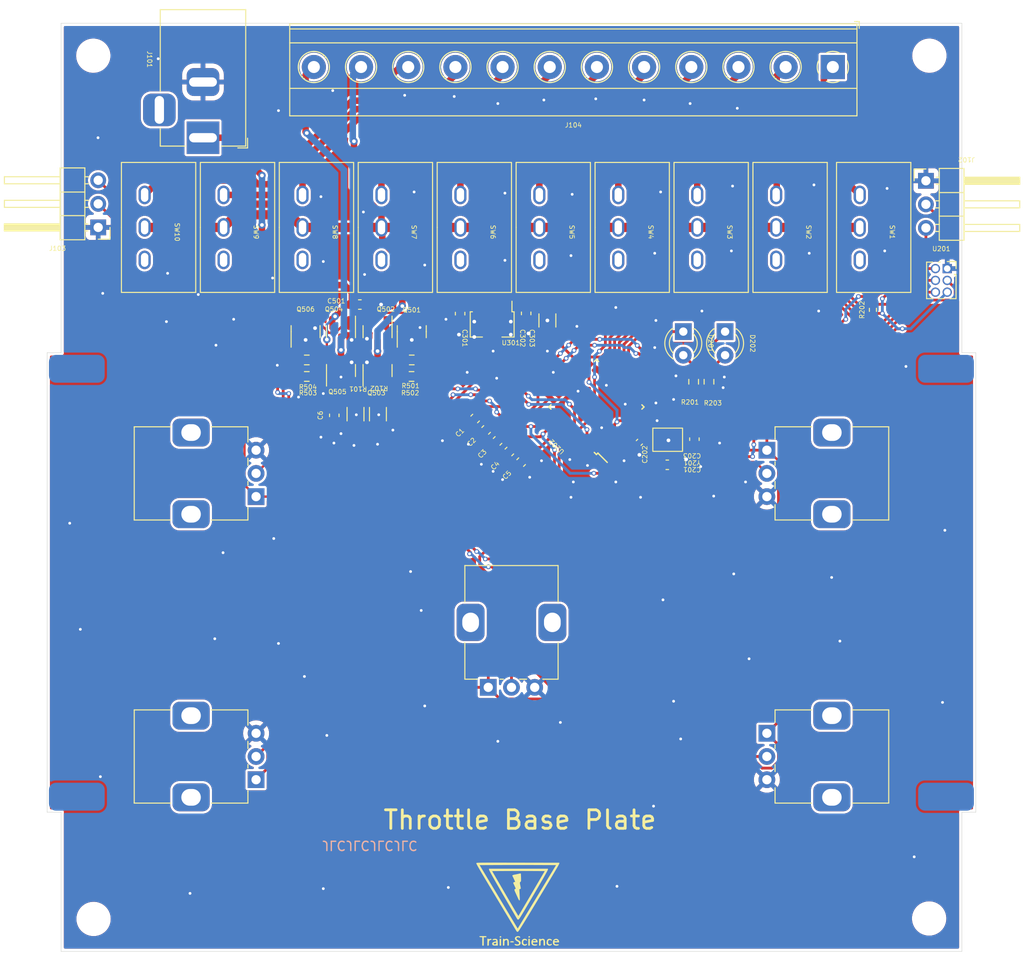
<source format=kicad_pcb>
(kicad_pcb (version 20221018) (generator pcbnew)
  (layers (0 "F.Cu" signal) (31 "B.Cu" signal) (34 "B.Paste" user) (35 "F.Paste" user) (36 "B.SilkS" user "B.Silkscreen") (37 "F.SilkS" user "F.Silkscreen") (38 "B.Mask" user) (39 "F.Mask" user) (44 "Edge.Cuts" user))
  (net 0 "")
  (net 1 "GND")
  (net 2 "/minSpeed")
  (net 3 "/maxSpeed")
  (net 4 "/accel")
  (net 5 "+5V")
  (net 6 "Net-(D201-A)")
  (net 8 "Net-(Q501-B)")
  (net 9 "Net-(Q501-C)")
  (net 10 "Net-(Q504-G)")
  (net 11 "Net-(Q506-B)")
  (net 12 "/pot1")
  (net 13 "/pot5")
  (net 14 "/atmega/X1")
  (net 15 "/atmega/X2")
  (net 16 "VCC")
  (net 17 "/atmega/LED")
  (net 18 "/S1")
  (net 19 "/S2")
  (net 20 "/H-bridge/CurrentSense")
  (net 21 "/atmega/reset")
  (net 22 "/H-bridge/IN_A")
  (net 23 "/H-bridge/IN_B")
  (net 24 "/atmega/MISO")
  (net 25 "/atmega/D4")
  (net 26 "/atmega/D5")
  (net 27 "/atmega/A6")
  (net 28 "/atmega/A7")
  (net 29 "/atmega/D0")
  (net 30 "/atmega/D1")
  (net 31 "/track1")
  (net 32 "/track2")
  (net 33 "/track3")
  (net 34 "/track4")
  (net 35 "/track5")
  (net 36 "/track6")
  (net 37 "/track7")
  (net 38 "/track8")
  (net 39 "/trackFront")
  (net 40 "/trackRear")
  (net 49 "/track9")
  (net 50 "/track10")
  (net 53 "/atmega/MOSI")
  (net 54 "/atmega/D10")
  (net 55 "/atmega/LED1")
  (net 56 "Net-(D202-A)")
  (net 57 "/atmega/SCK")
  (footprint "custom_kicad_lib_sk:crystal_arduino" (layer "F.Cu") (at 155.369268 77.654324)
    (fp_text reference "Y201")
    (fp_text value "Crystal_GND2")
  )
  (footprint "Capacitor_SMD:C_0603_1608Metric" (layer "F.Cu") (at 137 78 -135)
    (fp_text reference "C3")
    (fp_text value "100nF")
  )
  (footprint "custom_kicad_lib_sk:Potentiometer_Alps_RK09K_Single_Vertical" (layer "F.Cu") (at 111 114.5 180)
    (fp_text reference "RV4" hide)
    (fp_text value "R_Potentiometer" hide)
  )
  (footprint "custom_kicad_lib_sk:MTS_long_lever" (layer "F.Cu") (at 179 55.5 -90)
    (fp_text reference "SW1")
    (fp_text value "SW_SPDT")
  )
  (footprint "Capacitor_SMD:C_0603_1608Metric" (layer "F.Cu") (at 119.42 75.2465 -90)
    (fp_text reference "C6")
    (fp_text value "100nF")
  )
  (footprint "Package_QFP:TQFP-32_7x7mm_P0.8mm" (layer "F.Cu") (at 147.646268 74.343324 135)
    (fp_text reference "U202")
    (fp_text value "ATmega328-A")
  )
  (footprint "Capacitor_SMD:C_0603_1608Metric" (layer "F.Cu") (at 134.587 75.587 45)
    (fp_text reference "C1")
    (fp_text value "100nF")
  )
  (footprint "TerminalBlock_Phoenix:TerminalBlock_Phoenix_MKDS-1,5-12-5.08_1x12_P5.08mm_Horizontal" (layer "F.Cu") (at 173.101 37.719 180)
    (fp_text reference "J104")
    (fp_text value "Screw_Terminal_01x12")
  )
  (footprint "custom_kicad_lib_sk:Potentiometer_Alps_RK09K_Single_Vertical" (layer "F.Cu") (at 136 104.55 90)
    (fp_text reference "RV1" hide)
    (fp_text value "R_Potentiometer" hide)
  )
  (footprint "Resistor_SMD:R_0603_1608Metric_Pad0.98x0.95mm_HandSolder" (layer "F.Cu") (at 159.766 71.628 90)
    (fp_text reference "R203")
    (fp_text value "6k2")
  )
  (footprint "custom_kicad_lib_sk:MTS_long_lever" (layer "F.Cu") (at 144.5 55.5 -90)
    (fp_text reference "SW5")
    (fp_text value "SW_SPDT")
  )
  (footprint "custom_kicad_lib_sk:R_0603_smalltext" (layer "F.Cu") (at 116.459 71.0565)
    (fp_text reference "R503")
    (fp_text value "10k")
  )
  (footprint "Package_TO_SOT_SMD:SOT-89-3" (layer "F.Cu") (at 136.422 65.45 -90)
    (fp_text reference "U301")
    (fp_text value "L78L05_SOT89")
  )
  (footprint "custom_kicad_lib_sk:R_0603_smalltext" (layer "F.Cu") (at 127.762 69.2785 180)
    (fp_text reference "R501")
    (fp_text value "1k")
  )
  (footprint "Capacitor_SMD:C_0603_1608Metric_Pad1.08x0.95mm_HandSolder" (layer "F.Cu") (at 140.081 64.262 -90)
    (fp_text reference "C302")
    (fp_text value "100nF")
  )
  (footprint "Capacitor_SMD:C_0603_1608Metric" (layer "F.Cu") (at 139.54 80.286 -135)
    (fp_text reference "C5")
    (fp_text value "100nF")
  )
  (footprint "custom_kicad_lib_sk:Potentiometer_Alps_RK09K_Single_Vertical" (layer "F.Cu") (at 111 84 180)
    (fp_text reference "RV2" hide)
    (fp_text value "R_Potentiometer" hide)
  )
  (footprint "custom_kicad_lib_sk:MTS_long_lever" (layer "F.Cu") (at 110.5 55.5 -90)
    (fp_text reference "SW9")
    (fp_text value "SW_SPDT")
  )
  (footprint "Package_TO_SOT_SMD:SOT-23" (layer "F.Cu") (at 120.142 70.4165 90)
    (fp_text reference "Q505")
    (fp_text value "N-channel")
  )
  (footprint "" (layer "F.Cu") (at 91.694 70.231)
    (fp_text reference "")
    (fp_text value "")
  )
  (footprint "LED_THT:LED_D3.0mm" (layer "F.Cu") (at 157 66.225 -90)
    (fp_text reference "D201")
    (fp_text value "LED")
  )
  (footprint "Package_TO_SOT_SMD:SOT-23" (layer "F.Cu") (at 116.332 66.2305 90)
    (fp_text reference "Q506")
    (fp_text value "NPN_TOR")
  )
  (footprint "custom_kicad_lib_sk:Potentiometer_Alps_RK09K_Single_Vertical" (layer "F.Cu") (at 166 109.5)
    (fp_text reference "RV5" hide)
    (fp_text value "R_Potentiometer" hide)
  )
  (footprint "Capacitor_SMD:C_0603_1608Metric" (layer "F.Cu") (at 155.276268 80.575324 180)
    (fp_text reference "C201")
    (fp_text value "12pF")
  )
  (footprint "Connector_PinHeader_2.54mm:PinHeader_1x03_P2.54mm_Horizontal" (layer "F.Cu") (at 94 55 180)
    (fp_text reference "J103")
    (fp_text value "Conn_01x03_Pin")
  )
  (footprint "Package_TO_SOT_SMD:SOT-23" (layer "F.Cu") (at 127.762 66.2305 90)
    (fp_text reference "Q501")
    (fp_text value "NPN_TOR")
  )
  (footprint "custom_kicad_lib_sk:MTS_long_lever" (layer "F.Cu") (at 119 55.5 -90)
    (fp_text reference "SW8")
    (fp_text value "SW_SPDT")
  )
  (footprint "Capacitor_SMD:C_0402_1005Metric" (layer "F.Cu") (at 152.269857 78.152735 -135)
    (fp_text reference "C202")
    (fp_text value "100nF")
  )
  (footprint "custom_kicad_lib_sk:MTS_long_lever" (layer "F.Cu") (at 127.5 55.5 -90)
    (fp_text reference "SW7")
    (fp_text value "SW_SPDT")
  )
  (footprint "custom_kicad_lib_sk:R_0603_smalltext" (layer "F.Cu") (at 127.7385 71.0565 180)
    (fp_text reference "R502")
    (fp_text value "10k")
  )
  (footprint "Resistor_SMD:R_0402_1005Metric_Pad0.72x0.64mm_HandSolder" (layer "F.Cu") (at 177.419 63.881 90)
    (fp_text reference "R202")
    (fp_text value "10k")
  )
  (footprint "MountingHole:MountingHole_3.2mm_M3" (layer "F.Cu") (at 183.473 129.45)
    (fp_text reference "REF**" hide)
    (fp_text value "MountingHole_3.2mm_M3")
  )
  (footprint "custom_kicad_lib_sk:Potentiometer_Alps_RK09K_Single_Vertical" (layer "F.Cu") (at 166 79)
    (fp_text reference "RV3" hide)
    (fp_text value "R_Potentiometer" hide)
  )
  (footprint "MountingHole:MountingHole_3.2mm_M3" (layer "F.Cu") (at 183.5 36.5)
    (fp_text reference "REF**" hide)
    (fp_text value "MountingHole_3.2mm_M3")
  )
  (footprint "custom_kicad_lib_sk:MTS_long_lever" (layer "F.Cu") (at 153 55.5 -90)
    (fp_text reference "SW4")
    (fp_text value "SW_SPDT")
  )
  (footprint "custom_kicad_lib_sk:MTS_long_lever" (layer "F.Cu") (at 102 55.5 -90)
    (fp_text reference "SW10")
    (fp_text value "SW_SPDT")
  )
  (footprint "" (layer "F.Cu") (at 91.694 116.332)
    (fp_text reference "")
    (fp_text value "")
  )
  (footprint "Connector_PinHeader_2.54mm:PinHeader_1x03_P2.54mm_Horizontal" (layer "F.Cu") (at 183.125 49.975)
    (fp_text reference "J102")
    (fp_text value "Conn_01x03_Pin")
  )
  (footprint "custom_kicad_lib_sk:MTS_long_lever" (layer "F.Cu") (at 136 55.5 -90)
    (fp_text reference "SW6")
    (fp_text value "SW_SPDT")
  )
  (footprint "Connector_BarrelJack:BarrelJack_Horizontal" (layer "F.Cu") (at 105.283 45.339 -90)
    (fp_text reference "J101")
    (fp_text value "Jack-DC")
  )
  (footprint "Resistor_SMD:R_1206_3216Metric" (layer "F.Cu") (at 121.706 75.1195 -90)
    (fp_text reference "R101")
    (fp_text value "0R1")
  )
  (footprint "Capacitor_SMD:C_1206_3216Metric_Pad1.33x1.80mm_HandSolder" (layer "F.Cu") (at 142.367 65.024 -90)
    (fp_text reference "C303")
    (fp_text value "100uF")
  )
  (footprint "MountingHole:MountingHole_3.2mm_M3" (layer "F.Cu") (at 93.473 36.5)
    (fp_text reference "REF**" hide)
    (fp_text value "MountingHole_3.2mm_M3")
  )
  (footprint "Resistor_SMD:R_1206_3216Metric" (layer "F.Cu") (at 124.119 75.1195 -90)
    (fp_text reference "R102")
    (fp_text value "0R1")
  )
  (footprint "Connector_PinSocket_1.27mm:PinSocket_2x03_P1.27mm_Vertical" (layer "F.Cu") (at 185.42 59.436)
    (fp_text reference "U201")
    (fp_text value "HEADER_3x2")
  )
  (footprint "custom_kicad_lib_sk:R_0603_smalltext" (layer "F.Cu") (at 116.459 69.2785 180)
    (fp_text reference "R504")
    (fp_text value "1k")
  )
  (footprint "Resistor_SMD:R_0603_1608Metric_Pad0.98x0.95mm_HandSolder" (layer "F.Cu") (at 158.115 71.628 90)
    (fp_text reference "R201")
    (fp_text value "6k2")
  )
  (footprint "custom_kicad_lib_sk:MTS_long_lever" (layer "F.Cu") (at 170 55.5 -90)
    (fp_text reference "SW2")
    (fp_text value "SW_SPDT")
  )
  (footprint "custom_kicad_lib_sk:MTS_long_lever" (layer "F.Cu") (at 161.5 55.5 -90)
    (fp_text reference "SW3")
    (fp_text value "SW_SPDT")
  )
  (footprint "Capacitor_SMD:C_0603_1608Metric_Pad1.08x0.95mm_HandSolder" (layer "F.Cu") (at 132.969 64.2885 -90)
    (fp_text reference "C301")
    (fp_text value "330nF")
  )
  (footprint "custom_kicad_lib_sk:Train-Science logo small" (layer "F.Cu") (at 139.25 128)
    (fp_text reference "G***" hide)
    (fp_text value "LOGO" hide)
  )
  (footprint "Package_TO_SOT_SMD:SOT-23" (layer "F.Cu") (at 120.142 66.2305 -90)
    (fp_text reference "Q504")
    (fp_text value "P-channel")
  )
  (footprint "Package_TO_SOT_SMD:SOT-23" (layer "F.Cu") (at 124.079 66.2305 -90)
    (fp_text reference "Q502")
    (fp_text value "P-channel")
  )
  (footprint "Capacitor_SMD:C_0603_1608Metric" (layer "F.Cu") (at 138.27 79.143 -135)
    (fp_text reference "C4")
    (fp_text value "100nF")
  )
  (footprint "" (layer "F.Cu") (at 185.293 70.231)
    (fp_text reference "")
    (fp_text value "")
  )
  (footprint "MountingHole:MountingHole_3.2mm_M3" (layer "F.Cu") (at 93.5 129.5)
    (fp_text reference "REF**" hide)
    (fp_text value "MountingHole_3.2mm_M3")
  )
  (footprint "Capacitor_SMD:C_0603_1608Metric_Pad1.08x0.95mm_HandSolder" (layer "F.Cu") (at 122.174 63.3095 180)
    (fp_text reference "C501")
    (fp_text value "100nF")
  )
  (footprint "Capacitor_SMD:C_0603_1608Metric" (layer "F.Cu") (at 135.770008 76.816992 -135)
    (fp_text reference "C2")
    (fp_text value "100nF")
  )
  (footprint "LED_THT:LED_D3.0mm" (layer "F.Cu") (at 161.5 66.225 -90)
    (fp_text reference "D202")
    (fp_text value "LED")
  )
  (footprint "Capacitor_SMD:C_0603_1608Metric" (layer "F.Cu") (at 158.197268 77.813324 90)
    (fp_text reference "C203")
    (fp_text value "12pF")
  )
  (footprint "Package_TO_SOT_SMD:SOT-23" (layer "F.Cu") (at 124.079 70.4215 90)
    (fp_text reference "Q503")
    (fp_text value "N-channel")
  )
  (footprint "custom_kicad_lib_sk:01_solderpad_2.54" (layer "B.Cu") (at 185.293 116.332 180)
    (fp_text reference "REF**" hide)
    (fp_text value "01_solderpad_2.54")
  )
  (gr_line (start 188.5 68.5) (end 188.5 118) (stroke (width 0.05)) (layer "Edge.Cuts"))
  (gr_line (start 188.5 68.5) (end 187 68.5) (stroke (width 0.05)) (layer "Edge.Cuts"))
  (gr_line (start 187 118) (end 188.5 118) (stroke (width 0.05)) (layer "Edge.Cuts"))
  (gr_line (start 187 33) (end 90 33) (stroke (width 0.05)) (layer "Edge.Cuts"))
  (gr_line (start 90 118) (end 90 133) (stroke (width 0.05)) (layer "Edge.Cuts"))
  (gr_line (start 187 68.5) (end 187 33) (stroke (width 0.05)) (layer "Edge.Cuts"))
  (gr_line (start 90 133) (end 187 133) (stroke (width 0.05)) (layer "Edge.Cuts"))
  (gr_line (start 88.5 118) (end 88.5 68.5) (stroke (width 0.05)) (layer "Edge.Cuts"))
  (gr_line (start 90 33) (end 90 68.5) (stroke (width 0.05)) (layer "Edge.Cuts"))
  (gr_line (start 187 133) (end 187 118) (stroke (width 0.05)) (layer "Edge.Cuts"))
  (gr_line (start 88.5 118) (end 90 118) (stroke (width 0.05)) (layer "Edge.Cuts"))
  (gr_line (start 90 68.5) (end 88.5 68.5) (stroke (width 0.05)) (layer "Edge.Cuts"))
  (gr_text "JLCJLCJLCJLC" (at 118 121 180) (layer "B.SilkS") (effects (font (size 1 1)) (justify left bottom mirror)))
  (gr_text "Throttle Base Plate\n" (at 139.411 120) (layer "F.SilkS") (effects (font (size 2 2) (thickness 0.3)) (justify bottom)))
  (segment (start 155.403268 77.940324) (end 155.535268 77.940324) (width 0.25) (layer "F.Cu") (net 1))
  (segment (start 150.599888 78.994) (end 151.428592 78.994) (width 0.3) (layer "F.Cu") (net 1))
  (segment (start 149.802944 78.197056) (end 150.599888 78.994) (width 0.3) (layer "F.Cu") (net 1))
  (segment (start 152.273 78.8347) (end 151.930446 78.492146) (width 0.3) (layer "F.Cu") (net 1))
  (segment (start 151.930446 78.061816) (end 151.930446 78.492146) (width 0.3) (layer "F.Cu") (net 1))
  (segment (start 154.219268 76.924324) (end 154.519268 76.924324) (width 0.25) (layer "F.Cu") (net 1))
  (segment (start 156.705268 80.575324) (end 157.308268 79.972324) (width 0.3) (layer "F.Cu") (net 1))
  (segment (start 152.273 79.502) (end 152.273 78.8347) (width 0.3) (layer "F.Cu") (net 1))
  (segment (start 156.051268 80.575324) (end 156.705268 80.575324) (width 0.3) (layer "F.Cu") (net 1))
  (segment (start 155.403268 77.808324) (end 155.403268 77.940324) (width 0.25) (layer "F.Cu") (net 1))
  (segment (start 151.428592 78.994) (end 151.930446 78.492146) (width 0.3) (layer "F.Cu") (net 1))
  (segment (start 158.197268 78.588324) (end 158.197268 79.083324) (width 0.3) (layer "F.Cu") (net 1))
  (segment (start 156.051268 79.192324) (end 156.419268 78.824324) (width 0.25) (layer "F.Cu") (net 1))
  (segment (start 150.934315 77.065685) (end 151.930446 78.061816) (width 0.3) (layer "F.Cu") (net 1))
  (segment (start 155.535268 77.940324) (end 156.419268 78.824324) (width 0.25) (layer "F.Cu") (net 1))
  (segment (start 158.197268 78.588324) (end 156.655268 78.588324) (width 0.25) (layer "F.Cu") (net 1))
  (segment (start 158.197268 79.083324) (end 157.308268 79.972324) (width 0.3) (layer "F.Cu") (net 1))
  (segment (start 154.519268 76.924324) (end 155.403268 77.808324) (width 0.25) (layer "F.Cu") (net 1))
  (segment (start 156.051268 80.575324) (end 156.051268 79.192324) (width 0.25) (layer "F.Cu") (net 1))
  (segment (start 156.655268 78.588324) (end 156.419268 78.824324) (width 0.25) (layer "F.Cu") (net 1))
  (via (at 162.179 57.531) (size 0.5) (drill 0.3) (layers "F.Cu" "B.Cu") (net 1))
  (via (at 124.079 78.359) (size 0.5) (drill 0.3) (layers "F.Cu" "B.Cu") (net 1))
  (via (at 116.332 67.1195) (size 0.8) (drill 0.4) (layers "F.Cu" "B.Cu") (net 1))
  (via (at 117.348 65.8495) (size 0.8) (drill 0.4) (layers "F.Cu" "B.Cu") (net 1))
  (via (at 135.255 80.518) (size 0.5) (drill 0.3) (layers "F.Cu" "B.Cu") (net 1))
  (via (at 157.308268 79.972324) (size 0.8) (drill 0.4) (layers "F.Cu" "B.Cu") (net 1))
  (via (at 142.367 68.326) (size 0.5) (drill 0.3) (layers "F.Cu" "B.Cu") (net 1))
  (via (at 137.541 82.169) (size 0.5) (drill 0.3) (layers "F.Cu" "B.Cu") (net 1))
  (via (at 145.034 51.435) (size 0.5) (drill 0.3) (layers "F.Cu" "B.Cu") (net 1))
  (via (at 124.46 63.3095) (size 0.8) (drill 0.4) (layers "F.Cu" "B.Cu") (net 1))
  (via (at 132.842 66.548) (size 0.8) (drill 0.4) (layers "F.Cu" "B.Cu") (net 1))
  (via (at 107.442 90.043) (size 0.5) (drill 0.3) (layers "F.Cu" "B.Cu") (net 1))
  (via (at 131.699 126.111) (size 0.5) (drill 0.3) (layers "F.Cu" "B.Cu") (net 1))
  (via (at 125.73 76.835) (size 0.5) (drill 0.3) (layers "F.Cu" "B.Cu") (net 1))
  (via (at 122.936 69.5325) (size 0.8) (drill 0.4) (layers "F.Cu" "B.Cu") (net 1))
  (via (at 150.749 74.041) (size 0.5) (drill 0.3) (layers "F.Cu" "B.Cu") (net 1))
  (via (at 173.863 99.568) (size 0.5) (drill 0.3) (layers "F.Cu" "B.Cu") (net 1))
  (via (at 116.205 103.378) (size 0.5) (drill 0.3) (layers "F.Cu" "B.Cu") (net 1))
  (via (at 152.4 84.074) (size 0.5) (drill 0.3) (layers "F.Cu" "B.Cu") (net 1))
  (via (at 154.813 95.123) (size 0.5) (drill 0.3) (layers "F.Cu" "B.Cu") (net 1))
  (via (at 127 40.767) (size 0.5) (drill 0.3) (layers "F.Cu" "B.Cu") (net 1))
  (via (at 136.525 68.326) (size 0.5) (drill 0.3) (layers "F.Cu" "B.Cu") (net 1))
  (via (at 153.924 67.945) (size 0.5) (drill 0.3) (layers "F.Cu" "B.Cu") (net 1))
  (via (at 100.457 36.83) (size 0.5) (drill 0.3) (layers "F.Cu" "B.Cu") (net 1))
  (via (at 184.912 106.172) (size 0.5) (drill 0.3) (layers "F.Cu" "B.Cu") (net 1))
  (via (at 119.38 78.232) (size 0.5) (drill 0.3) (layers "F.Cu" "B.Cu") (net 1))
  (via (at 131.445 64.897) (size 0.5) (drill 0.3) (layers "F.Cu" "B.Cu") (net 1))
  (via (at 112.776 60.452) (size 0.5) (drill 0.3) (layers "F.Cu" "B.Cu") (net 1))
  (via (at 178.943 50.8) (size 0.5) (drill 0.3) (layers "F.Cu" "B.Cu") (net 1))
  (via (at 161.417 71.12) (size 0.5) (drill 0.3) (layers "F.Cu" "B.Cu") (net 1))
  (via (at 132.334 40.894) (size 0.5) (drill 0.3) (layers "F.Cu" "B.Cu") (net 1))
  (via (at 124.206 75.184) (size 0.5) (drill 0.3) (layers "F.Cu" "B.Cu") (net 1))
  (via (at 154.051 73.914) (size 0.5) (drill 0.3) (layers "F.Cu" "B.Cu") (net 1))
  (via (at 152.273 79.502) (size 0.8) (drill 0.4) (layers "F.Cu" "B.Cu") (net 1))
  (via (at 103.886 126.746) (size 0.5) (drill 0.3) (layers "F.Cu" "B.Cu") (net 1))
  (via (at 101.473 59.944) (size 0.5) (drill 0.3) (layers "F.Cu" "B.Cu") (net 1))
  (via (at 148.209 76.581) (size 0.5) (drill 0.3) (layers "F.Cu" "B.Cu") (net 1))
  (via (at 160.909 78.232) (size 0.5) (drill 0.3) (layers "F.Cu" "B.Cu") (net 1))
  (via (at 134.493 66.802) (size 0.8) (drill 0.4) (layers "F.Cu" "B.Cu") (net 1))
  (via (at 138.43 65.151) (size 0.8) (drill 0.4) (layers "F.Cu" "B.Cu") (net 1))
  (via (at 162.433 92.329) (size 0.5) (drill 0.3) (layers "F.Cu" "B.Cu") (net 1))
  (via (at 121.285 69.5325) (size 0.8) (drill 0.4) (layers "F.Cu" "B.Cu") (net 1))
  (via (at 118.237 58.674) (size 0.5) (drill 0.3) (layers "F.Cu" "B.Cu") (net 1))
  (via (at 144.78 80.01) (size 0.5) (drill 0.3) (layers "F.Cu" "B.Cu") (net 1))
  (via (at 144.907 84.074) (size 0.5) (drill 0.3) (layers "F.Cu" "B.Cu") (net 1))
  (via (at 106.553 99.314) (size 0.5) (drill 0.3) (layers "F.Cu" "B.Cu") (net 1))
  (via (at 121.285 67.1195) (size 0.8) (drill 0.4) (layers "F.Cu" "B.Cu") (net 1))
  (via (at 137.795 51.308) (size 0.5) (drill 0.3) (layers "F.Cu" "B.Cu") (net 1))
  (via (at 133.731 70.612) (size 0.5) (drill 0.3) (layers "F.Cu" "B.Cu") (net 1))
  (via (at 147.574 41.148) (size 0.5) (drill 0.3) (layers "F.Cu" "B.Cu") (net 1))
  (via (at 157.734 41.656) (size 0.5) (drill 0.3) (layers "F.Cu" "B.Cu") (net 1))
  (via (at 118.237 126.238) (size 0.5) (drill 0.3) (layers "F.Cu" "B.Cu") (net 1))
  (via (at 142.367 65.024) (size 0.8) (drill 0.4) (layers "F.Cu" "B.Cu") (net 1))
  (via (at 90.932 86.868) (size 0.5) (drill 0.3) (layers "F.Cu" "B.Cu") (net 1))
  (via (at 171.577 64.008) (size 0.5) (drill 0.3) (layers "F.Cu" "B.Cu") (net 1))
  (via (at 131.064 77.978) (size 0.5) (drill 0.3) (layers "F.Cu" "B.Cu") (net 1))
  (via (at 117.983 77.597) (size 0.5) (drill 0.3) (layers "F.Cu" "B.Cu") (net 1))
  (via (at 129.159 106.553) (size 0.5) (drill 0.3) (layers "F.Cu" "B.Cu") (net 1))
  (via (at 94.234 114.173) (size 0.5) (drill 0.3) (layers "F.Cu" "B.Cu") (net 1))
  (via (at 133.858 78.359) (size 0.5) (drill 0.3) (layers "F.Cu" "B.Cu") (net 1))
  (via (at 161.29 72.263) (size 0.5) (drill 0.3) (layers "F.Cu" "B.Cu") (net 1))
  (via (at 181.864 122.809) (size 0.5) (drill 0.3) (layers "F.Cu" "B.Cu") (net 1))
  (via (at 144.907 58.039) (size 0.5) (drill 0.3) (layers "F.Cu" "B.Cu") (net 1))
  (via (at 143.002 70.612) (size 0.5) (drill 0.3) (layers "F.Cu" "B.Cu") (net 1))
  (via (at 113.284 69.85) (size 0.5) (drill 0.3) (layers "F.Cu" "B.Cu") (net 1))
  (via (at 153.924 57.785) (size 0.5) (drill 0.3) (layers "F.Cu" "B.Cu") (net 1))
  (via (at 127.762 67.1195) (size 0.8) (drill 0.4) (layers "F.Cu" "B.Cu") (net 1))
  (via (at 159.004 64.008) (size 0.5) (drill 0.3) (layers "F.Cu" "B.Cu") (net 1))
  (via (at 128.651 65.786) (size 0.5) (drill 0.3) (layers "F.Cu" "B.Cu") (net 1))
  (via (at 141.986 41.275) (size 0.5) (drill 0.3) (layers "F.Cu" "B.Cu") (net 1))
  (via (at 154.559 51.181) (size 0.5) (drill 0.3) (layers "F.Cu" "B.Cu") (net 1))
  (via (at 171.069 50.419) (size 0.5) (drill 0.3) (layers "F.Cu" "B.Cu") (net 1))
  (via (at 120.142 77.216) (size 0.5) (drill 0.3) (layers "F.Cu" "B.Cu") (net 1))
  (via (at 140.335 66.421) (size 0.8) (drill 0.4) (layers "F.Cu" "B.Cu") (net 1))
  (via (at 134.493 65.151) (size 0.8) (drill 0.4) (layers "F.Cu" "B.Cu") (net 1))
  (via (at 141.732 80.137) (size 0.5) (drill 0.3) (layers "F.Cu" "B.Cu") (net 1))
  (via (at 145.542 65.659) (size 0.5) (drill 0.3) (layers "F.Cu" "B.Cu") (net 1))
  (via (at 145.669 72.644) (size 0.5) (drill 0.3) (layers "F.Cu" "B.Cu") (net 1))
  (via (at 162.814 42.164) (size 0.5) (drill 0.3) (layers "F.Cu" "B.Cu") (net 1))
  (via (at 122.555 53.34) (size 0.5) (drill 0.3) (layers "F.Cu" "B.Cu") (net 1))
  (via (at 136.525 81.28) (size 0.5) (drill 0.3) (layers "F.Cu" "B.Cu") (net 1))
  (via (at 119.253 40.259) (size 0.5) (drill 0.3) (layers "F.Cu" "B.Cu") (net 1))
  (via (at 104.775 62.23) (size 0.5) (drill 0.3) (layers "F.Cu" "B.Cu") (net 1))
  (via (at 163.703 82.423) (size 0.5) (drill 0.3) (layers "F.Cu" "B.Cu") (net 1))
  (via (at 113.411 99.822) (size 0.5) (drill 0.3) (layers "F.Cu" "B.Cu") (net 1))
  (via (at 115.57 73.279) (size 0.5) (drill 0.3) (layers "F.Cu" "B.Cu") (net 1))
  (via (at 140.462 81.915) (size 0.5) (drill 0.3) (layers "F.Cu" "B.Cu") (net 1))
  (via (at 106.68 67.691) (size 0.5) (drill 0.3) (layers "F.Cu" "B.Cu") (net 1))
  (via (at 155.956 106.045) (size 0.5) (drill 0.3) (layers "F.Cu" "B.Cu") (net 1))
  (via (at 122.682 60.071) (size 0.5) (drill 0.3) (layers "F.Cu" "B.Cu") (net 1))
  (via (at 93.98 45.339) (size 0.5) (drill 0.3) (layers "F.Cu" "B.Cu") (net 1))
  (via (at 155.403268 77.940324) (size 0.8) (drill 0.4) (layers "F.Cu" "B.Cu") (net 1))
  (via (at 153.797 117.348) (size 0.5) (drill 0.3) (layers "F.Cu" "B.Cu") (net 1))
  (via (at 149.733 82.423) (size 0.5) (drill 0.3) (layers "F.Cu" "B.Cu") (net 1))
  (via (at 158.877 80.772) (size 0.5) (drill 0.3) (layers "F.Cu" "B.Cu") (net 1))
  (via (at 170.561 57.785) (size 0.5) (drill 0.3) (layers "F.Cu" "B.Cu") (net 1))
  (via (at 101.346 65.151) (size 0.5) (drill 0.3) (layers "F.Cu" "B.Cu") (net 1))
  (via (at 122.936 66.9925) (size 0.8) (drill 0.4) (layers "F.Cu" "B.Cu") (net 1))
  (via (at 156.718 110.109) (size 0.5) (drill 0.3) (layers "F.Cu" "B.Cu") (net 1))
  (via (at 154.178 75.819) (size 0.5) (drill 0.3) (layers "F.Cu" "B.Cu") (net 1))
  (via (at 94.488 62.103) (size 0.5) (drill 0.3) (layers "F.Cu" "B.Cu") (net 1))
  (via (at 129.159 59.055) (size 0.5) (drill 0.3) (layers "F.Cu" "B.Cu") (net 1))
  (via (at 136.906 71.247) (size 0.5) (drill 0.3) (layers "F.Cu" "B.Cu") (net 1))
  (via (at 146.685 80.645) (size 0.5) (drill 0.3) (layers "F.Cu" "B.Cu") (net 1))
  (via (at 121.539 78.486) (size 0.5) (drill 0.3) (layers "F.Cu" "B.Cu") (net 1))
  (via (at 154.051 65.024) (size 0.5) (drill 0.3) (layers "F.Cu" "B.Cu") (net 1))
  (via (at 118.237 72.898) (size 0.5) (drill 0.3) (layers "F.Cu" "B.Cu") (net 1))
  (via (at 152.781 41.275) (size 0.5) (drill 0.3) (layers "F.Cu" "B.Cu") (net 1))
  (via (at 113.411 42.418) (size 0.5) (drill 0.3) (layers "F.Cu" "B.Cu") (net 1))
  (via (at 128.778 96.266) (size 0.5) (drill 0.3) (layers "F.Cu" "B.Cu") (net 1))
  (via (at 180.975 69.977) (size 0.5) (drill 0.3) (layers "F.Cu" "B.Cu") (net 1))
  (via (at 120.142 71.12) (size 0.5) (drill 0.3) (layers "F.Cu" "B.Cu") (net 1))
  (via (at 150.622 80.137) (size 0.5) (drill 0.3) (layers "F.Cu" "B.Cu") (net 1))
  (via (at 148.717 72.009) (size 0.5) (drill 0.3) (layers "F.Cu" "B.Cu") (net 1))
  (via (at 162.306 50.546) (size 0.5) (drill 0.3) (layers "F.Cu" "B.Cu") (net 1))
  (via (at 108.585 64.897) (size 0.5) (drill 0.3) (layers "F.Cu" "B.Cu") (net 1))
  (via (at 137.033 41.656) (size 0.5) (drill 0.3) (layers "F.Cu" "B.Cu") (net 1))
  (via (at 143.764 108.331) (size 0.5) (drill 0.3) (layers "F.Cu" "B.Cu") (net 1))
  (via (at 156.21 70.993) (size 0.5) (drill 0.3) (layers "F.Cu" "B.Cu") (net 1))
  (via (at 160.274 83.947) (size 0.5) (drill 0.3) (layers "F.Cu" "B.Cu") (net 1))
  (via (at 145.161 82.423) (size 0.5) (drill 0.3) (layers "F.Cu" "B.Cu") (net 1))
  (via (at 164.084 101.473) (size 0.5) (drill 0.3) (layers "F.Cu" "B.Cu") (net 1))
  (via (at 178.689 57.531) (size 0.5) (drill 0.3) (layers "F.Cu" "B.Cu") (net 1))
  (via (at 118.618 109.728) (size 0.5) (drill 0.3) (layers "F.Cu" "B.Cu") (net 1))
  (via (at 138.43 66.548) (size 0.8) (drill 0.4) (layers "F.Cu" "B.Cu") (net 1))
  (via (at 155.956 73.533) (size 0.5) (drill 0.3) (layers "F.Cu" "B.Cu") (net 1))
  (via (at 137.033 110.363) (size 0.5) (drill 0.3) (layers "F.Cu" "B.Cu") (net 1))
  (via (at 92.075 98.298) (size 0.5) (drill 0.3) (layers "F.Cu" "B.Cu") (net 1))
  (via (at 137.795 58.547) (size 0.5) (drill 0.3) (layers "F.Cu" "B.Cu") (net 1))
  (via (at 172.974 92.71) (size 0.5) (drill 0.3) (layers "F.Cu" "B.Cu") (net 1))
  (via (at 112.903 88.519) (size 0.5) (drill 0.3) (layers "F.Cu" "B.Cu") (net 1))
  (via (at 149.86 125.984) (size 0.5) (drill 0.3) (layers "F.Cu" "B.Cu") (net 1))
  (via (at 128.016 51.181) (size 0.5) (drill 0.3) (layers "F.Cu" "B.Cu") (net 1))
  (via (at 185.166 87.63) (size 0.5) (drill 0.3) (layers "F.Cu" "B.Cu") (net 1))
  (via (at 117.983 51.689) (size 0.5) (drill 0.3) (layers "F.Cu" "B.Cu") (net 1))
  (via (at 149.733 63.627) (size 0.5) (drill 0.3) (layers "F.Cu" "B.Cu") (net 1))
  (via (at 121.793 75.184) (size 0.5) (drill 0.3) (layers "F.Cu" "B.Cu") (net 1))
  (via (at 127.635 92.075) (size 0.5) (drill 0.3) (layers "F.Cu" "B.Cu") (net 1))
  (segment (start 133.1875 73.6955) (end 126.492 80.391) (width 0.3) (layer "F.Cu") (net 2))
  (segment (start 126.492 80.391) (end 117.856 80.391) (width 0.3) (layer "F.Cu") (net 2))
  (segment (start 142.661165 73.318019) (end 140.287184 75.692) (width 0.3) (layer "F.Cu") (net 2))
  (segment (start 137.414 75.4025) (end 136.906 74.8945) (width 0.3) (layer "F.Cu") (net 2))
  (segment (start 111 81.5) (end 112.109 80.391) (width 0.25) (layer "F.Cu") (net 2))
  (segment (start 140.287184 75.692) (end 137.414 75.692) (width 0.3) (layer "F.Cu") (net 2))
  (segment (start 137.414 75.692) (end 137.414 75.4025) (width 0.3) (layer "F.Cu") (net 2))
  (segment (start 137.414 75.692) (end 136.895 75.692) (width 0.3) (layer "F.Cu") (net 2))
  (segment (start 136.895 75.692) (end 136.318016 76.268984) (width 0.3) (layer "F.Cu") (net 2))
  (segment (start 136.144 73.6955) (end 133.1875 73.6955) (width 0.3) (layer "F.Cu") (net 2))
  (segment (start 112.109 80.391) (end 117.856 80.391) (width 0.25) (layer "F.Cu") (net 2))
  (via (at 136.144 73.6955) (size 0.5) (drill 0.3) (layers "F.Cu" "B.Cu") (net 2))
  (via (at 136.906 74.8945) (size 0.5) (drill 0.3) (layers "F.Cu" "B.Cu") (net 2))
  (segment (start 136.906 74.4575) (end 136.144 73.6955) (width 0.3) (layer "B.Cu") (net 2))
  (segment (start 136.906 74.8945) (end 136.906 74.4575) (width 0.3) (layer "B.Cu") (net 2))
  (segment (start 151.595089 81.491089) (end 153.162 83.058) (width 0.3) (layer "F.Cu") (net 3))
  (segment (start 141.478 76.454) (end 138.546 76.454) (width 0.3) (layer "F.Cu") (net 3))
  (segment (start 153.162 83.058) (end 159.385 83.058) (width 0.3) (layer "F.Cu") (net 3))
  (segment (start 164.764 80.264) (end 162.179 80.264) (width 0.25) (layer "F.Cu") (net 3))
  (segment (start 166 81.5) (end 164.764 80.264) (width 0.25) (layer "F.Cu") (net 3))
  (segment (start 142.661165 75.368629) (end 142.563371 75.368629) (width 0.3) (layer "F.Cu") (net 3))
  (segment (start 142.563371 75.368629) (end 141.478 76.454) (width 0.3) (layer "F.Cu") (net 3))
  (segment (start 162.179 80.264) (end 160.528 81.915) (width 0.25) (layer "F.Cu") (net 3))
  (segment (start 147.362911 81.491089) (end 151.595089 81.491089) (width 0.3) (layer "F.Cu") (net 3))
  (segment (start 138.546 76.454) (end 137.548008 77.451992) (width 0.3) (layer "F.Cu") (net 3))
  (segment (start 159.385 83.058) (end 160.528 81.915) (width 0.3) (layer "F.Cu") (net 3))
  (via (at 147.362911 81.491089) (size 0.5) (drill 0.3) (layers "F.Cu" "B.Cu") (net 3))
  (via (at 140.589 76.454) (size 0.5) (drill 0.3) (layers "F.Cu" "B.Cu") (net 3))
  (segment (start 140.589 77.261351) (end 144.818738 81.491089) (width 0.3) (layer "B.Cu") (net 3))
  (segment (start 144.818738 81.491089) (end 147.362911 81.491089) (width 0.3) (layer "B.Cu") (net 3))
  (segment (start 140.589 76.454) (end 140.589 77.261351) (width 0.3) (layer "B.Cu") (net 3))
  (segment (start 138.829008 78.594992) (end 138.818008 78.594992) (width 0.3) (layer "F.Cu") (net 4))
  (segment (start 137.5 93.376106) (end 136.977577 93.376106) (width 0.3) (layer "F.Cu") (net 4))
  (segment (start 135.078911 90.473089) (end 143.129 82.423) (width 0.3) (layer "F.Cu") (net 4))
  (segment (start 143.129 78.994) (end 143.149589 78.973411) (width 0.3) (layer "F.Cu") (net 4))
  (segment (start 111 112) (end 118.949999 104.05) (width 0.3) (layer "F.Cu") (net 4))
  (segment (start 141.604173 77.556992) (end 139.867008 77.556992) (width 0.3) (layer "F.Cu") (net 4))
  (segment (start 136.977577 93.376106) (end 135.078911 91.47744) (width 0.3) (layer "F.Cu") (net 4))
  (segment (start 118.949999 104.05) (end 134.075 104.05) (width 0.3) (layer "F.Cu") (net 4))
  (segment (start 143.129 82.423) (end 143.129 78.994) (width 0.3) (layer "F.Cu") (net 4))
  (segment (start 139.867008 77.556992) (end 138.829008 78.594992) (width 0.3) (layer "F.Cu") (net 4))
  (segment (start 137.5 100.625) (end 137.5 93.376106) (width 0.3) (layer "F.Cu") (net 4))
  (segment (start 135.078911 91.47744) (end 135.078911 90.473089) (width 0.3) (layer "F.Cu") (net 4))
  (segment (start 143.226851 75.934314) (end 141.604173 77.556992) (width 0.3) (layer "F.Cu") (net 4))
  (segment (start 134.075 104.05) (end 137.5 100.625) (width 0.3) (layer "F.Cu") (net 4))
  (via (at 141.902083 77.259083) (size 0.5) (drill 0.3) (layers "F.Cu" "B.Cu") (net 4))
  (via (at 143.149589 78.973411) (size 0.5) (drill 0.3) (layers "F.Cu" "B.Cu") (net 4))
  (segment (start 141.902083 77.259083) (end 141.902083 77.725905) (width 0.3) (layer "B.Cu") (net 4))
  (segment (start 141.902083 77.725905) (end 143.149589 78.973411) (width 0.3) (layer "B.Cu") (net 4))
  (segment (start 161.2255 74) (end 162.028788 74.803288) (width 0.25) (layer "F.Cu") (net 5))
  (segment (start 166 109.5) (end 167.25 108.25) (width 0.3) (layer "F.Cu") (net 5))
  (segment (start 105.075894 63.873) (end 101.646894 63.873) (width 0.3) (layer "F.Cu") (net 5))
  (segment (start 142.367 63.4615) (end 143.4615 63.4615) (width 0.3) (layer "F.Cu") (net 5))
  (segment (start 166.113 79) (end 167.25 80.137) (width 0.25) (layer "F.Cu") (net 5))
  (segment (start 159.766 72.5405) (end 161.2255 74) (width 0.3) (layer "F.Cu") (net 5))
  (segment (start 167.25 108.25) (end 167.25 80.137) (width 0.3) (layer "F.Cu") (net 5))
  (segment (start 132.628116 82.082116) (end 132.628116 88.559116) (width 0.3) (layer "F.Cu") (net 5))
  (segment (start 112.25 111.457106) (end 119.157106 104.55) (width 0.3) (layer "F.Cu") (net 5))
  (segment (start 109.75 77.75) (end 109.75 76.5) (width 0.3) (layer "F.Cu") (net 5))
  (segment (start 143.4615 63.4615) (end 144 64) (width 0.3) (layer "F.Cu") (net 5))
  (segment (start 153.162 81.643788) (end 153.568212 82.05) (width 0.3) (layer "F.Cu") (net 5))
  (segment (start 162.306 79) (end 166 79) (width 0.3) (layer "F.Cu") (net 5))
  (segment (start 166 74) (end 173.314 66.686) (width 0.3) (layer "F.Cu") (net 5))
  (segment (start 151.5 76.5) (end 151.5 76.704056) (width 0.25) (layer "F.Cu") (net 5))
  (segment (start 101.646894 63.873) (end 96.901 59.127106) (width 0.3) (layer "F.Cu") (net 5))
  (segment (start 177.6355 64.262) (end 177.419 64.4785) (width 0.3) (layer "F.Cu") (net 5))
  (segment (start 112.25 113.25) (end 112.25 111.457106) (width 0.3) (layer "F.Cu") (net 5))
  (segment (start 166 79) (end 166 74) (width 0.3) (layer "F.Cu") (net 5))
  (segment (start 137.9605 63.4615) (end 137.922 63.5) (width 0.5) (layer "F.Cu") (net 5))
  (segment (start 162.028788 74.803288) (end 162.028788 78.74) (width 0.25) (layer "F.Cu") (net 5))
  (segment (start 152.609268 77.813324) (end 153.162 78.366056) (width 0.3) (layer "F.Cu") (net 5))
  (segment (start 109.75 82.75) (end 109.75 76.5) (width 0.25) (layer "F.Cu") (net 5))
  (segment (start 165.482233 113.25) (end 164.732233 112.5) (width 0.3) (layer "F.Cu") (net 5))
  (segment (start 146.8475 70.716129) (end 146.055278 69.923907) (width 0.3) (layer "F.Cu") (net 5))
  (segment (start 152.686894 112.5) (end 145.986894 105.8) (width 0.3) (layer "F.Cu") (net 5))
  (segment (start 112.391 84) (end 115.5 80.891) (width 0.25) (layer "F.Cu") (net 5))
  (segment (start 109.75 76.5) (end 109.75 68.547106) (width 0.3) (layer "F.Cu") (net 5))
  (segment (start 146.8475 71.679602) (end 146.8475 70.716129) (width 0.3) (layer "F.Cu") (net 5))
  (segment (start 151.5 76.704056) (end 152.609268 77.813324) (width 0.25) (layer "F.Cu") (net 5))
  (segment (start 151.5 76.5) (end 150.819 75.819) (width 0.3) (layer "F.Cu") (net 5))
  (segment (start 145.986894 105.8) (end 137.25 105.8) (width 0.3) (layer "F.Cu") (net 5))
  (segment (start 96.901 59.127106) (end 96.901 55.361) (width 0.3) (layer "F.Cu") (net 5))
  (segment (start 131.437 80.891) (end 132.628116 82.082116) (width 0.3) (layer "F.Cu") (net 5))
  (segment (start 162.028788 79) (end 162.306 79) (width 0.3) (layer "F.Cu") (net 5))
  (segment (start 119.157106 104.55) (end 136 104.55) (width 0.3) (layer "F.Cu") (net 5))
  (segment (start 153.568212 82.05) (end 158.978788 82.05) (width 0.3) (layer "F.Cu") (net 5))
  (segment (start 167.25 110.75) (end 167.25 112.517767) (width 0.3) (layer "F.Cu") (net 5))
  (segment (start 184.325 53.715) (end 183.125 52.515) (width 0.3) (layer "F.Cu") (net 5))
  (segment (start 166 79) (end 166.113 79) (width 0.25) (layer "F.Cu") (net 5))
  (segment (start 184.325 56.794) (end 184.325 53.715) (width 0.3) (layer "F.Cu") (net 5))
  (segment (start 111 84) (end 109.75 82.75) (width 0.25) (layer "F.Cu") (net 5))
  (segment (start 111 114.5) (end 112.25 113.25) (width 0.3) (layer "F.Cu") (net 5))
  (segment (start 164.732233 112.5) (end 152.686894 112.5) (width 0.3) (layer "F.Cu") (net 5))
  (segment (start 179.14832 66.686) (end 179.921319 65.913) (width 0.3) (layer "F.Cu") (net 5))
  (segment (start 149.987 75.819) (end 149.606 76.2) (width 0.3) (layer "F.Cu") (net 5))
  (segment (start 166 109.5) (end 167.25 110.75) (width 0.3) (layer "F.Cu") (net 5))
  (segment (start 162.028788 78.74) (end 162.028788 79) (width 0.25) (layer "F.Cu") (net 5))
  (segment (start 166.517767 113.25) (end 165.482233 113.25) (width 0.3) (layer "F.Cu") (net 5))
  (segment (start 142.367 63.4615) (end 137.9605 63.4615) (width 0.5) (layer "F.Cu") (net 5))
  (segment (start 162.288788 79) (end 162.028788 78.74) (width 0.25) (layer "F.Cu") (net 5))
  (segment (start 111 84) (end 112.391 84) (width 0.25) (layer "F.Cu") (net 5))
  (segment (start 179.921319 65.913) (end 180.594 65.913) (width 0.3) (layer "F.Cu") (net 5))
  (segment (start 149.606 76.2) (end 149.606 76.868742) (width 0.3) (layer "F.Cu") (net 5))
  (segment (start 153.162 78.366056) (end 153.162 81.643788) (width 0.3) (layer "F.Cu") (net 5))
  (segment (start 132.628116 88.559116) (end 134.112 90.043) (width 0.3) (layer "F.Cu") (net 5))
  (segment (start 109.75 68.547106) (end 105.075894 63.873) (width 0.3) (layer "F.Cu") (net 5))
  (segment (start 162.306 79) (end 162.288788 79) (width 0.25) (layer "F.Cu") (net 5))
  (segment (start 138 101.014) (end 136 103.014) (width 0.3) (layer "F.Cu") (net 5))
  (segment (start 150.819 75.819) (end 149.987 75.819) (width 0.3) (layer "F.Cu") (net 5))
  (segment (start 173.314 66.686) (end 179.14832 66.686) (width 0.3) (layer "F.Cu") (net 5))
  (segment (start 178.435 64.262) (end 177.6355 64.262) (width 0.3) (layer "F.Cu") (net 5))
  (segment (start 144 64) (end 144 67.868629) (width 0.3) (layer "F.Cu") (net 5))
  (segment (start 144 67.868629) (end 146.055278 69.923907) (width 0.3) (layer "F.Cu") (net 5))
  (segment (start 115.5 80.891) (end 131.437 80.891) (width 0.3) (layer "F.Cu") (net 5))
  (segment (start 149.606 76.868742) (end 150.368629 77.631371) (width 0.3) (layer "F.Cu") (net 5))
  (segment (start 96.901 55.361) (end 94 52.46) (width 0.3) (layer "F.Cu") (net 5))
  (segment (start 136.398 91.567) (end 138 93.169) (width 0.3) (layer "F.Cu") (net 5))
  (segment (start 138 93.169) (end 138 101.014) (width 0.3) (layer "F.Cu") (net 5))
  (segment (start 167.25 112.517767) (end 166.517767 113.25) (width 0.3) (layer "F.Cu") (net 5))
  (segment (start 158.978788 82.05) (end 162.028788 79) (width 0.3) (layer "F.Cu") (net 5))
  (segment (start 178.435 62.684) (end 184.325 56.794) (width 0.3) (layer "F.Cu") (net 5))
  (segment (start 137.25 105.8) (end 136 104.55) (width 0.3) (layer "F.Cu") (net 5))
  (segment (start 158.115 72.5405) (end 159.766 72.5405) (width 0.3) (layer "F.Cu") (net 5))
  (segment (start 136.017 91.567) (end 136.398 91.567) (width 0.3) (layer "F.Cu") (net 5))
  (segment (start 136 103.014) (end 136 104.55) (width 0.3) (layer "F.Cu") (net 5))
  (via (at 180.594 65.913) (size 0.5) (drill 0.3) (layers "F.Cu" "B.Cu") (net 5))
  (via (at 178.435 62.684) (size 0.5) (drill 0.3) (layers "F.Cu" "B.Cu") (net 5))
  (via (at 178.435 64.262) (size 0.5) (drill 0.3) (layers "F.Cu" "B.Cu") (net 5))
  (via (at 149.86 75.946) (size 0.5) (drill 0.3) (layers "F.Cu" "B.Cu") (net 5))
  (via (at 133.985 90.17) (size 0.5) (drill 0.3) (layers "F.Cu" "B.Cu") (net 5))
  (via (at 136.017 91.567) (size 0.5) (drill 0.3) (layers "F.Cu" "B.Cu") (net 5))
  (via (at 146.8475 71.679602) (size 0.5) (drill 0.3) (layers "F.Cu" "B.Cu") (net 5))
  (segment (start 134.112 90.129529) (end 135.549471 91.567) (width 0.3) (layer "B.Cu") (net 5))
  (segment (start 180.086 65.913) (end 180.594 65.913) (width 0.3) (layer "B.Cu") (net 5))
  (segment (start 180.086 65.913) (end 178.435 64.262) (width 0.3) (layer "B.Cu") (net 5))
  (segment (start 149.86 74.692102) (end 146.8475 71.679602) (width 0.3) (layer "B.Cu") (net 5))
  (segment (start 185.42 61.976) (end 181.483 65.913) (width 0.3) (layer "B.Cu") (net 5))
  (segment (start 181.483 65.913) (end 180.594 65.913) (width 0.3) (layer "B.Cu") (net 5))
  (segment (start 178.435 64.262) (end 178.435 62.684) (width 0.3) (layer "B.Cu") (net 5))
  (segment (start 134.112 90.043) (end 134.112 90.129529) (width 0.3) (layer "B.Cu") (net 5))
  (segment (start 149.86 75.946) (end 149.86 74.692102) (width 0.3) (layer "B.Cu") (net 5))
  (segment (start 135.549471 91.567) (end 136.017 91.567) (width 0.3) (layer "B.Cu") (net 5))
  (segment (start 158.115 69.88) (end 157 68.765) (width 0.3) (layer "F.Cu") (net 6))
  (segment (start 158.115 70.7155) (end 158.115 69.88) (width 0.3) (layer "F.Cu") (net 6))
  (segment (start 126.8495 67.2055) (end 126.812 67.168) (width 0.25) (layer "F.Cu") (net 8))
  (segment (start 126.8495 69.2785) (end 126.8495 67.2055) (width 0.25) (layer "F.Cu") (net 8))
  (segment (start 125.349 70.2965) (end 125.095 70.2965) (width 0.25) (layer "F.Cu") (net 9))
  (segment (start 125.029 65.293) (end 127.762 65.293) (width 0.25) (layer "F.Cu") (net 9))
  (segment (start 125.095 70.2965) (end 124.682249 70.2965) (width 0.25) (layer "F.Cu") (net 9))
  (segment (start 125.095 70.015749) (end 125.029 69.949749) (width 0.25) (layer "F.Cu") (net 9))
  (segment (start 126.066 70.2965) (end 125.349 70.2965) (width 0.25) (layer "F.Cu") (net 9))
  (segment (start 126.826 71.0565) (end 126.066 70.2965) (width 0.25) (layer "F.Cu") (net 9))
  (segment (start 124.682249 70.2965) (end 123.619749 71.359) (width 0.25) (layer "F.Cu") (net 9))
  (segment (start 123.619749 71.359) (end 123.129 71.359) (width 0.25) (layer "F.Cu") (net 9))
  (segment (start 125.029 69.949749) (end 124.682249 70.2965) (width 0.25) (layer "F.Cu") (net 9))
  (segment (start 125.095 70.2965) (end 125.095 70.015749) (width 0.25) (layer "F.Cu") (net 9))
  (segment (start 125.349 70.269749) (end 125.349 70.2965) (width 0.25) (layer "F.Cu") (net 9))
  (segment (start 125.029 69.949749) (end 125.349 70.269749) (width 0.25) (layer "F.Cu") (net 9))
  (segment (start 125.029 65.293) (end 125.029 69.949749) (width 0.25) (layer "F.Cu") (net 9))
  (segment (start 118.567 66.077251) (end 118.567 66.0525) (width 0.25) (layer "F.Cu") (net 10))
  (segment (start 120.601251 65.293) (end 119.538751 66.3555) (width 0.25) (layer "F.Cu") (net 10))
  (segment (start 118.8945 71.0565) (end 119.192 71.354) (width 0.25) (layer "F.Cu") (net 10))
  (segment (start 117.983 65.3415) (end 117.729 65.0875) (width 0.25) (layer "F.Cu") (net 10))
  (segment (start 117.729 65.0875) (end 116.5375 65.0875) (width 0.25) (layer "F.Cu") (net 10))
  (segment (start 119.192 71.354) (end 119.38 71.166) (width 0.25) (layer "F.Cu") (net 10))
  (segment (start 121.092 65.293) (end 120.601251 65.293) (width 0.25) (layer "F.Cu") (net 10))
  (segment (start 119.38 66.6095) (end 119.126 66.3555) (width 0.25) (layer "F.Cu") (net 10))
  (segment (start 119.38 71.166) (end 119.38 66.6115) (width 0.25) (layer "F.Cu") (net 10))
  (segment (start 119.538751 66.3555) (end 119.38 66.3555) (width 0.25) (layer "F.Cu") (net 10))
  (segment (start 119.38 66.514251) (end 119.38 66.6115) (width 0.25) (layer "F.Cu") (net 10))
  (segment (start 118.567 66.0525) (end 117.983 65.4685) (width 0.25) (layer "F.Cu") (net 10))
  (segment (start 117.983 65.4685) (end 117.983 65.3415) (width 0.25) (layer "F.Cu") (net 10))
  (segment (start 118.845249 66.3555) (end 118.567 66.077251) (width 0.25) (layer "F.Cu") (net 10))
  (segment (start 119.126 66.3555) (end 118.845249 66.3555) (width 0.25) (layer "F.Cu") (net 10))
  (segment (start 119.538751 66.3555) (end 119.38 66.514251) (width 0.25) (layer "F.Cu") (net 10))
  (segment (start 119.38 66.3555) (end 119.126 66.3555) (width 0.25) (layer "F.Cu") (net 10))
  (segment (start 116.5375 65.0875) (end 116.332 65.293) (width 0.25) (layer "F.Cu") (net 10))
  (segment (start 117.3715 71.0565) (end 118.8945 71.0565) (width 0.25) (layer "F.Cu") (net 10))
  (segment (start 119.38 66.6115) (end 119.38 66.6095) (width 0.25) (layer "F.Cu") (net 10))
  (segment (start 119.38 66.6115) (end 119.38 66.3555) (width 0.25) (layer "F.Cu") (net 10))
  (segment (start 116.072 68.37475) (end 116.46775 68.37475) (width 0.25) (layer "F.Cu") (net 11))
  (segment (start 115.382 67.168) (end 115.382 67.68475) (width 0.25) (layer "F.Cu") (net 11))
  (segment (start 115.382 67.68475) (end 116.072 68.37475) (width 0.25) (layer "F.Cu") (net 11))
  (segment (start 116.46775 68.37475) (end 117.3715 69.2785) (width 0.25) (layer "F.Cu") (net 11))
  (segment (start 141.351 72.517) (end 141.351 73.921078) (width 0.3) (layer "F.Cu") (net 12))
  (segment (start 135.879 74.295) (end 135.135008 75.038992) (width 0.3) (layer "F.Cu") (net 12))
  (segment (start 133.128116 88.297116) (end 134.747 89.916) (width 0.3) (layer "F.Cu") (net 12))
  (segment (start 138.5 92.961894) (end 138.5 104.55) (width 0.3) (layer "F.Cu") (net 12))
  (segment (start 141.351 73.921078) (end 140.080078 75.192) (width 0.3) (layer "F.Cu") (net 12))
  (segment (start 137.287 74.295) (end 135.879 74.295) (width 0.3) (layer "F.Cu") (net 12))
  (segment (start 140.080078 75.192) (end 138.184 75.192) (width 0.3) (layer "F.Cu") (net 12))
  (segment (start 133.968282 75.038992) (end 133.128116 75.879158) (width 0.3) (layer "F.Cu") (net 12))
  (segment (start 142.494 72.009) (end 141.859 72.009) (width 0.3) (layer "F.Cu") (net 12))
  (segment (start 135.135008 75.038992) (end 133.968282 75.038992) (width 0.3) (layer "F.Cu") (net 12))
  (segment (start 133.128116 75.879158) (end 133.128116 88.297116) (width 0.3) (layer "F.Cu") (net 12))
  (segment (start 135.678911 90.720911) (end 136.259017 90.720911) (width 0.3) (layer "F.Cu") (net 12))
  (segment (start 136.259017 90.720911) (end 138.5 92.961894) (width 0.3) (layer "F.Cu") (net 12))
  (segment (start 143.226851 72.741851) (end 142.494 72.009) (width 0.3) (layer "F.Cu") (net 12))
  (segment (start 141.859 72.009) (end 141.351 72.517) (width 0.3) (layer "F.Cu") (net 12))
  (segment (start 143.226851 72.752334) (end 143.226851 72.741851) (width 0.3) (layer "F.Cu") (net 12))
  (segment (start 138.184 75.192) (end 137.287 74.295) (width 0.3) (layer "F.Cu") (net 12))
  (via (at 135.678911 90.720911) (size 0.5) (drill 0.3) (layers "F.Cu" "B.Cu") (net 12))
  (via (at 134.747 89.916) (size 0.5) (drill 0.3) (layers "F.Cu" "B.Cu") (net 12))
  (segment (start 134.874 89.916) (end 135.678911 90.720911) (width 0.3) (layer "B.Cu") (net 12))
  (segment (start 134.747 89.916) (end 134.874 89.916) (width 0.3) (layer "B.Cu") (net 12))
  (segment (start 139 100.782234) (end 139 92.754787) (width 0.3) (layer "F.Cu") (net 13))
  (segment (start 142.848768 77.443768) (end 142.467768 77.824768) (width 0.3) (layer "F.Cu") (net 13))
  (segment (start 143.637 79.334529) (end 143.749589 79.22194) (width 0.3) (layer "F.Cu") (net 13))
  (segment (start 143.749589 79.22194) (end 143.749589 78.725589) (width 0.3) (layer "F.Cu") (net 13))
  (segment (start 142.848768 77.824768) (end 142.848768 77.443768) (width 0.25) (layer "F.Cu") (net 13))
  (segment (start 142.875 77.851) (end 142.848768 77.824768) (width 0.25) (layer "F.Cu") (net 13))
  (segment (start 143.637 82.804) (end 143.637 79.334529) (width 0.3) (layer "F.Cu") (net 13))
  (segment (start 142.467768 77.824768) (end 141.592544 78.699992) (width 0.3) (layer "F.Cu") (net 13))
  (segment (start 146.194 105.3) (end 143.517766 105.3) (width 0.3) (layer "F.Cu") (net 13))
  (segment (start 142.848768 77.824768) (end 142.467768 77.824768) (width 0.25) (layer "F.Cu") (net 13))
  (segment (start 143.792536 76.5) (end 142.848768 77.443768) (width 0.3) (layer "F.Cu") (net 13))
  (segment (start 141.126008 78.699992) (end 140.088008 79.737992) (width 0.3) (layer "F.Cu") (net 13))
  (segment (start 152.894 112) (end 146.194 105.3) (width 0.3) (layer "F.Cu") (net 13))
  (segment (start 166 112) (end 152.894 112) (width 0.3) (layer "F.Cu") (net 13))
  (segment (start 143.749589 78.725589) (end 142.875 77.851) (width 0.3) (layer "F.Cu") (net 13))
  (segment (start 137.287 91.041788) (end 137.287 89.154) (width 0.3) (layer "F.Cu") (net 13))
  (segment (start 141.592544 78.699992) (end 141.126008 78.699992) (width 0.3) (layer "F.Cu") (net 13))
  (segment (start 143.517766 105.3) (end 139 100.782234) (width 0.3) (layer "F.Cu") (net 13))
  (segment (start 137.287 89.154) (end 143.637 82.804) (width 0.3) (layer "F.Cu") (net 13))
  (segment (start 142.875 77.851) (end 142.658268 77.634268) (width 0.3) (layer "F.Cu") (net 13))
  (segment (start 139 92.754787) (end 137.287 91.041788) (width 0.3) (layer "F.Cu") (net 13))
  (segment (start 152.780665 76.649294) (end 152.780665 77.129121) (width 0.25) (layer "F.Cu") (net 14))
  (segment (start 152.065685 75.934314) (end 152.780665 76.649294) (width 0.25) (layer "F.Cu") (net 14))
  (segment (start 154.501268 80.575324) (end 154.501268 79.106324) (width 0.25) (layer "F.Cu") (net 14))
  (segment (start 154.501268 79.106324) (end 154.219268 78.824324) (width 0.25) (layer "F.Cu") (net 14))
  (segment (start 154.219268 78.567724) (end 154.219268 78.824324) (width 0.25) (layer "F.Cu") (net 14))
  (segment (start 152.780665 77.129121) (end 154.219268 78.567724) (width 0.25) (layer "F.Cu") (net 14))
  (segment (start 153.107676 74.892324) (end 154.260268 74.892324) (width 0.25) (layer "F.Cu") (net 15))
  (segment (start 154.260268 74.892324) (end 156.292268 76.924324) (width 0.25) (layer "F.Cu") (net 15))
  (segment (start 156.533268 77.038324) (end 156.419268 76.924324) (width 0.25) (layer "F.Cu") (net 15))
  (segment (start 158.197268 77.038324) (end 156.533268 77.038324) (width 0.25) (layer "F.Cu") (net 15))
  (segment (start 152.631371 75.368629) (end 153.107676 74.892324) (width 0.25) (layer "F.Cu") (net 15))
  (segment (start 111.633 56.769) (end 116.078 61.214) (width 0.7) (layer "F.Cu") (net 16))
  (segment (start 128.439125 64.560875) (end 128.076751 64.1985) (width 0.25) (layer "F.Cu") (net 16))
  (segment (start 129.337 65.458749) (end 128.439125 64.560875) (width 0.25) (layer "F.Cu") (net 16))
  (segment (start 132.969 63.426) (end 128.849251 63.426) (width 0.3) (layer "F.Cu") (net 16))
  (segment (start 121.3115 63.3095) (end 120.777 63.3095) (width 0.7) (layer "F.Cu") (net 16))
  (segment (start 129.058751 68.2305) (end 129.337 67.952251) (width 0.25) (layer "F.Cu") (net 16))
  (segment (start 128.651 71.0565) (end 127.862 70.2675) (width 0.25) (layer "F.Cu") (net 16))
  (segment (start 121.3115 62.0025) (end 121.3115 63.3095) (width 0.7) (layer "F.Cu") (net 16))
  (segment (start 123.129 65.2805) (end 123.129 65.293) (width 0.7) (layer "F.Cu") (net 16))
  (segment (start 116.078 61.214) (end 120.523 61.214) (width 0.7) (layer "F.Cu") (net 16))
  (segment (start 111.633 54.737) (end 111.633 56.769) (width 0.7) (layer "F.Cu") (net 16))
  (segment (start 123.129 64.8945) (end 123.129 65.293) (width 0.25) (layer "F.Cu") (net 16))
  (segment (start 128.849251 63.426) (end 128.387625 63.887625) (width 0.3) (layer "F.Cu") (net 16))
  (segment (start 121.3115 63.463) (end 123.129 65.2805) (width 0.7) (layer "F.Cu") (net 16))
  (segment (start 115.5465 71.0565) (end 116.3465 70.2565) (width 0.25) (layer "F.Cu") (net 16))
  (segment (start 116.3465 70.2565) (end 117.767 70.2565) (width 0.25) (layer "F.Cu") (net 16))
  (segment (start 117.767 70.2565) (end 118.618 69.4055) (width 0.25) (layer "F.Cu") (net 16))
  (segment (start 107.569 45.339) (end 111.633 49.403) (width 0.7) (layer "F.Cu") (net 16))
  (segment (start 128.387625 63.887625) (end 128.076751 64.1985) (width 0.3) (layer "F.Cu") (net 16))
  (segment (start 128.387625 64.509375) (end 128.439125 64.560875) (width 0.3) (layer "F.Cu") (net 16))
  (segment (start 134.922 63.5) (end 133.043 63.5) (width 0.5) (layer "F.Cu") (net 16))
  (segment (start 128.076751 64.1985) (end 123.825 64.1985) (width 0.25) (layer "F.Cu") (net 16))
  (segment (start 127.862 70.2675) (end 127.862 68.808005) (width 0.25) (layer "F.Cu") (net 16))
  (segment (start 120.777 63.3095) (end 119.192 64.8945) (width 0.7) (layer "F.Cu") (net 16))
  (segment (start 129.337 67.952251) (end 129.337 65.458749) (width 0.25) (layer "F.Cu") (net 16))
  (segment (start 121.3115 63.3095) (end 121.3115 63.463) (width 0.7) (layer "F.Cu") (net 16))
  (segment (start 123.825 64.1985) (end 123.129 64.8945) (width 0.25) (layer "F.Cu") (net 16))
  (segment (start 133.043 63.5) (end 132.969 63.426) (width 0.5) (layer "F.Cu") (net 16))
  (segment (start 118.618 69.4055) (end 118.618 67.08) (width 0.25) (layer "F.Cu") (net 16))
  (segment (start 105.283 45.339) (end 107.569 45.339) (width 0.7) (layer "F.Cu") (net 16))
  (segment (start 128.387625 63.887625) (end 128.387625 64.509375) (width 0.3) (layer "F.Cu") (net 16))
  (segment (start 127.862 68.808005) (end 128.439505 68.2305) (width 0.25) (layer "F.Cu") (net 16))
  (segment (start 119.192 64.8945) (end 119.192 65.293) (width 0.7) (layer "F.Cu") (net 16))
  (segment (start 128.439505 68.2305) (end 129.058751 68.2305) (width 0.25) (layer "F.Cu") (net 16))
  (segment (start 120.523 61.214) (end 121.3115 62.0025) (width 0.7) (layer "F.Cu") (net 16))
  (via (at 118.618 67.08) (size 0.8) (drill 0.4) (layers "F.Cu" "B.Cu") (net 16))
  (via (at 111.633 54.737) (size 0.8) (drill 0.4) (layers "F.Cu" "B.Cu") (net 16))
  (via (at 111.633 49.403) (size 0.8) (drill 0.4) (layers "F.Cu" "B.Cu") (net 16))
  (via (at 119.507 64.5795) (size 0.8) (drill 0.4) (layers "F.Cu" "B.Cu") (net 16))
  (segment (start 111.633 49.403) (end 111.633 54.737) (width 0.7) (layer "B.Cu") (net 16))
  (segment (start 118.618 65.4685) (end 118.618 67.08) (width 0.25) (layer "B.Cu") (net 16))
  (segment (start 119.507 64.5795) (end 118.618 65.4685) (width 0.25) (layer "B.Cu") (net 16))
  (segment (start 151.978212 66.225) (end 157 66.225) (width 0.3) (layer "F.Cu") (net 17))
  (segment (start 150.913084 70.510822) (end 150.913084 69.553356) (width 0.3) (layer "F.Cu") (net 17))
  (segment (start 150.614 67.589212) (end 151.978212 66.225) (width 0.3) (layer "F.Cu") (net 17))
  (segment (start 150.368629 71.055277) (end 150.913084 70.510822) (width 0.3) (layer "F.Cu") (net 17))
  (segment (start 150.614 69.254272) (end 150.614 67.589212) (width 0.3) (layer "F.Cu") (net 17))
  (segment (start 150.913084 69.553356) (end 150.614 69.254272) (width 0.3) (layer "F.Cu") (net 17))
  (segment (start 177.835 62.440961) (end 177.835 62.435471) (width 0.3) (layer "F.Cu") (net 18))
  (segment (start 164.465 79.6895) (end 162.046394 79.6895) (width 0.3) (layer "F.Cu") (net 18))
  (segment (start 164.592 77.908) (end 165.5 77) (width 0.3) (layer "F.Cu") (net 18))
  (segment (start 183.125 57.286) (end 183.125 55.055) (width 0.3) (layer "F.Cu") (net 18))
  (segment (start 165.5 73.792893) (end 174.395251 64.897642) (width 0.3) (layer "F.Cu") (net 18))
  (segment (start 174.395251 64.897642) (end 174.497358 64.897642) (width 0.3) (layer "F.Cu") (net 18))
  (segment (start 165.5 77) (end 165.5 73.792893) (width 0.3) (layer "F.Cu") (net 18))
  (segment (start 164.592 78.4005) (end 164.592 77.908) (width 0.3) (layer "F.Cu") (net 18))
  (segment (start 178.186471 62.084) (end 178.327 62.084) (width 0.3) (layer "F.Cu") (net 18))
  (segment (start 162.046394 79.6895) (end 159.185894 82.55) (width 0.3) (layer "F.Cu") (net 18))
  (segment (start 175.85764 62.440961) (end 177.835 62.440961) (width 0.3) (layer "F.Cu") (net 18))
  (segment (start 153.361106 82.55) (end 151.802195 80.991089) (width 0.3) (layer "F.Cu") (net 18))
  (segment (start 177.835 62.435471) (end 178.186471 62.084) (width 0.3) (layer "F.Cu") (net 18))
  (segment (start 148.283625 80.991089) (end 146.620963 79.328427) (width 0.3) (layer "F.Cu") (net 18))
  (segment (start 178.327 62.084) (end 183.125 57.286) (width 0.3) (layer "F.Cu") (net 18))
  (segment (start 159.185894 82.55) (end 153.361106 82.55) (width 0.3) (layer "F.Cu") (net 18))
  (segment (start 151.802195 80.991089) (end 148.283625 80.991089) (width 0.3) (layer "F.Cu") (net 18))
  (via (at 164.592 78.4005) (size 0.5) (drill 0.3) (layers "F.Cu" "B.Cu") (net 18))
  (via (at 164.465 79.6895) (size 0.5) (drill 0.3) (layers "F.Cu" "B.Cu") (net 18))
  (via (at 174.497358 64.897642) (size 0.5) (drill 0.3) (layers "F.Cu" "B.Cu") (net 18))
  (via (at 175.85764 62.440961) (size 0.5) (drill 0.3) (layers "F.Cu" "B.Cu") (net 18))
  (segment (start 164.592 78.4005) (end 164.592 79.1475) (width 0.3) (layer "B.Cu") (net 18))
  (segment (start 174.497358 64.897642) (end 174.497358 63.801243) (width 0.3) (layer "B.Cu") (net 18))
  (segment (start 174.497358 63.801243) (end 175.85764 62.440961) (width 0.3) (layer "B.Cu") (net 18))
  (segment (start 164.465 79.2745) (end 164.465 79.6895) (width 0.3) (layer "B.Cu") (net 18))
  (segment (start 164.592 79.1475) (end 164.465 79.2745) (width 0.3) (layer "B.Cu") (net 18))
  (segment (start 114.5185 75.766288) (end 114.5185 72.898) (width 0.3) (layer "F.Cu") (net 19))
  (segment (start 126.030894 79.383) (end 118.135212 79.383) (width 0.3) (layer "F.Cu") (net 19))
  (segment (start 113.3195 72.771) (end 113.3195 71.4095) (width 0.3) (layer "F.Cu") (net 19))
  (segment (start 101.854 63.373) (end 97.401 58.92) (width 0.3) (layer "F.Cu") (net 19))
  (segment (start 148.671573 79.328427) (end 146.62655 77.283404) (width 0.3) (layer "F.Cu") (net 19))
  (segment (start 139.319 73.025) (end 134.112 73.025) (width 0.3) (layer "F.Cu") (net 19))
  (segment (start 132.207 73.206894) (end 126.030894 79.383) (width 0.3) (layer "F.Cu") (net 19))
  (segment (start 132.207 73.025) (end 132.207 73.206894) (width 0.3) (layer "F.Cu") (net 19))
  (segment (start 97.401 53.321) (end 94 49.92) (width 0.3) (layer "F.Cu") (net 19))
  (segment (start 105.283 63.373) (end 101.854 63.373) (width 0.3) (layer "F.Cu") (net 19))
  (segment (start 113.3195 71.4095) (end 105.283 63.373) (width 0.3) (layer "F.Cu") (net 19))
  (segment (start 140.359128 74.065128) (end 139.319 73.025) (width 0.3) (layer "F.Cu") (net 19))
  (segment (start 146.62655 77.283404) (end 146.62655 76.77655) (width 0.3) (layer "F.Cu") (net 19))
  (segment (start 97.401 58.92) (end 97.401 53.321) (width 0.3) (layer "F.Cu") (net 19))
  (segment (start 118.135212 79.383) (end 114.5185 75.766288) (width 0.3) (layer "F.Cu") (net 19))
  (via (at 140.359128 74.065128) (size 0.5) (drill 0.3) (layers "F.Cu" "B.Cu") (net 19))
  (via (at 132.207 73.025) (size 0.5) (drill 0.3) (layers "F.Cu" "B.Cu") (net 19))
  (via (at 134.112 73.025) (size 0.5) (drill 0.3) (layers "F.Cu" "B.Cu") (net 19))
  (via (at 146.62655 76.77655) (size 0.5) (drill 0.3) (layers "F.Cu" "B.Cu") (net 19))
  (via (at 114.5185 72.898) (size 0.5) (drill 0.3) (layers "F.Cu" "B.Cu") (net 19))
  (via (at 113.3195 72.771) (size 0.5) (drill 0.3) (layers "F.Cu" "B.Cu") (net 19))
  (segment (start 113.4465 72.898) (end 113.3195 72.771) (width 0.3) (layer "B.Cu") (net 19))
  (segment (start 146.62655 76.77655) (end 143.915128 74.065128) (width 0.3) (layer "B.Cu") (net 19))
  (segment (start 143.915128 74.065128) (end 140.359128 74.065128) (width 0.3) (layer "B.Cu") (net 19))
  (segment (start 134.112 73.025) (end 132.207 73.025) (width 0.3) (layer "B.Cu") (net 19))
  (segment (start 114.5185 72.898) (end 113.4465 72.898) (width 0.3) (layer "B.Cu") (net 19))
  (segment (start 125.029 71.359) (end 125.029 72.747) (width 0.7) (layer "F.Cu") (net 20))
  (segment (start 139.666822 72.525) (end 140.314411 73.172589) (width 0.3) (layer "F.Cu") (net 20))
  (segment (start 121.092 73.043) (end 121.706 73.657) (width 0.7) (layer "F.Cu") (net 20))
  (segment (start 144.735085 74.037262) (end 145.288 74.590177) (width 0.3) (layer "F.Cu") (net 20))
  (segment (start 134.62 72.39) (end 134.755 72.525) (width 0.3) (layer "F.Cu") (net 20))
  (segment (start 145.288 76.135906) (end 144.358221 77.065685) (width 0.3) (layer "F.Cu") (net 20))
  (segment (start 121.706 73.657) (end 120.2345 73.657) (width 0.3) (layer "F.Cu") (net 20))
  (segment (start 135.128 72.525) (end 139.666822 72.525) (width 0.3) (layer "F.Cu") (net 20))
  (segment (start 124.119 73.657) (end 121.706 73.657) (width 0.7) (layer "F.Cu") (net 20))
  (segment (start 131.880893 72.39) (end 132.715 72.39) (width 0.3) (layer "F.Cu") (net 20))
  (segment (start 130.483894 73.787) (end 131.599446 72.671447) (width 0.3) (layer "F.Cu") (net 20))
  (segment (start 125.857 73.787) (end 130.483894 73.787) (width 0.3) (layer "F.Cu") (net 20))
  (segment (start 125.029 72.747) (end 124.119 73.657) (width 0.7) (layer "F.Cu") (net 20))
  (segment (start 124.119 73.657) (end 124.249 73.787) (width 0.3) (layer "F.Cu") (net 20))
  (segment (start 120.2345 73.657) (end 119.42 74.4715) (width 0.3) (layer "F.Cu") (net 20))
  (segment (start 121.092 71.354) (end 121.092 73.043) (width 0.7) (layer "F.Cu") (net 20))
  (segment (start 134.755 72.525) (end 135.128 72.525) (width 0.3) (layer "F.Cu") (net 20))
  (segment (start 124.249 73.787) (end 125.857 73.787) (width 0.3) (layer "F.Cu") (net 20))
  (segment (start 145.288 74.590177) (end 145.288 76.135906) (width 0.3) (layer "F.Cu") (net 20))
  (segment (start 131.599446 72.671447) (end 131.880893 72.39) (width 0.3) (layer "F.Cu") (net 20))
  (via (at 144.735085 74.037262) (size 0.5) (drill 0.3) (layers "F.Cu" "B.Cu") (net 20))
  (via (at 132.715 72.39) (size 0.5) (drill 0.3) (layers "F.Cu" "B.Cu") (net 20))
  (via (at 140.314411 73.172589) (size 0.5) (drill 0.3) (layers "F.Cu" "B.Cu") (net 20))
  (via (at 134.62 72.39) (size 0.5) (drill 0.3) (layers "F.Cu" "B.Cu") (net 20))
  (segment (start 132.715 72.39) (end 134.62 72.39) (width 0.3) (layer "B.Cu") (net 20))
  (segment (start 144.262951 73.565128) (end 144.735085 74.037262) (width 0.3) (layer "B.Cu") (net 20))
  (segment (start 140.70695 73.565128) (end 144.262951 73.565128) (width 0.3) (layer "B.Cu") (net 20))
  (segment (start 140.314411 73.172589) (end 140.70695 73.565128) (width 0.3) (layer "B.Cu") (net 20))
  (segment (start 147.447 71.12) (end 147.447 75.108278) (width 0.3) (layer "F.Cu") (net 21))
  (segment (start 173.568857 61) (end 175.852357 63.2835) (width 0.3) (layer "F.Cu") (net 21))
  (segment (start 179.5405 63.2835) (end 177.419 63.2835) (width 0.3) (layer "F.Cu") (net 21))
  (segment (start 148.606 67.692088) (end 148.606 66.394) (width 0.3) (layer "F.Cu") (net 21))
  (segment (start 148.606 66.394) (end 154 61) (width 0.3) (layer "F.Cu") (net 21))
  (segment (start 147.447 75.108278) (end 144.923907 77.631371) (width 0.3) (layer "F.Cu") (net 21))
  (segment (start 184.15 59.436) (end 183.388 59.436) (width 0.3) (layer "F.Cu") (net 21))
  (segment (start 175.852357 63.2835) (end 177.419 63.2835) (width 0.3) (layer "F.Cu") (net 21))
  (segment (start 183.388 59.436) (end 179.5405 63.2835) (width 0.3) (layer "F.Cu") (net 21))
  (segment (start 154 61) (end 173.568857 61) (width 0.3) (layer "F.Cu") (net 21))
  (segment (start 147.963544 68.334544) (end 148.606 67.692088) (width 0.3) (layer "F.Cu") (net 21))
  (via (at 147.963544 68.334544) (size 0.5) (drill 0.3) (layers "F.Cu" "B.Cu") (net 21))
  (via (at 147.447 71.12) (size 0.5) (drill 0.3) (layers "F.Cu" "B.Cu") (net 21))
  (segment (start 147.963544 68.334544) (end 147.447 68.851088) (width 0.3) (layer "B.Cu") (net 21))
  (segment (start 147.447 68.851088) (end 147.447 71.12) (width 0.3) (layer "B.Cu") (net 21))
  (segment (start 152.04307 67.71507) (end 153.797 69.469) (width 0.3) (layer "F.Cu") (net 22))
  (segment (start 153.797 71.021019) (end 152.065685 72.752334) (width 0.3) (layer "F.Cu") (net 22))
  (segment (start 143.0655 69.2785) (end 143.764 68.58) (width 0.3) (layer "F.Cu") (net 22))
  (segment (start 148.0065 67.056) (end 145.288 67.056) (width 0.3) (layer "F.Cu") (net 22))
  (segment (start 128.6745 69.2785) (end 143.0655 69.2785) (width 0.3) (layer "F.Cu") (net 22))
  (segment (start 145.288 67.056) (end 144.661597 67.682403) (width 0.3) (layer "F.Cu") (net 22))
  (segment (start 153.797 69.469) (end 153.797 71.021019) (width 0.3) (layer "F.Cu") (net 22))
  (via (at 143.764 68.58) (size 0.5) (drill 0.3) (layers "F.Cu" "B.Cu") (net 22))
  (via (at 152.04307 67.71507) (size 0.5) (drill 0.3) (layers "F.Cu" "B.Cu") (net 22))
  (via (at 148.0065 67.056) (size 0.5) (drill 0.3) (layers "F.Cu" "B.Cu") (net 22))
  (via (at 144.661597 67.682403) (size 0.5) (drill 0.3) (layers "F.Cu" "B.Cu") (net 22))
  (segment (start 143.764 68.58) (end 144.661597 67.682403) (width 0.3) (layer "B.Cu") (net 22))
  (segment (start 148.0065 67.056) (end 151.384 67.056) (width 0.3) (layer "B.Cu") (net 22))
  (segment (start 151.384 67.056) (end 152.04307 67.71507) (width 0.3) (layer "B.Cu") (net 22))
  (segment (start 126.238 79.883) (end 117.928106 79.883) (width 0.3) (layer "F.Cu") (net 23))
  (segment (start 153.289 69.668106) (end 152.808447 69.187553) (width 0.3) (layer "F.Cu") (net 23))
  (segment (start 113.919 75.873894) (end 113.919 70.866) (width 0.3) (layer "F.Cu") (net 23))
  (segment (start 113.919 70.866) (end 115.5065 69.2785) (width 0.3) (layer "F.Cu") (net 23))
  (segment (start 151.5 72.186648) (end 151.714352 72.186648) (width 0.3) (layer "F.Cu") (net 23))
  (segment (start 153.289 70.612) (end 153.289 69.668106) (width 0.3) (layer "F.Cu") (net 23))
  (segment (start 136.3425 69.7785) (end 126.238 79.883) (width 0.3) (layer "F.Cu") (net 23))
  (segment (start 143.7085 69.7785) (end 136.3425 69.7785) (width 0.3) (layer "F.Cu") (net 23))
  (segment (start 117.928106 79.883) (end 113.919 75.873894) (width 0.3) (layer "F.Cu") (net 23))
  (segment (start 115.5065 69.2785) (end 115.5465 69.2785) (width 0.3) (layer "F.Cu") (net 23))
  (segment (start 144.385274 69.101726) (end 143.7085 69.7785) (width 0.3) (layer "F.Cu") (net 23))
  (segment (start 152.200894 68.58) (end 151.892 68.58) (width 0.3) (layer "F.Cu") (net 23))
  (segment (start 145.233097 68.253903) (end 145.796 67.691) (width 0.3) (layer "F.Cu") (net 23))
  (segment (start 152.808447 69.187553) (end 152.200894 68.58) (width 0.3) (layer "F.Cu") (net 23))
  (segment (start 151.714352 72.186648) (end 153.289 70.612) (width 0.3) (layer "F.Cu") (net 23))
  (segment (start 145.796 67.691) (end 147.447 67.691) (width 0.3) (layer "F.Cu") (net 23))
  (via (at 145.233097 68.253903) (size 0.5) (drill 0.3) (layers "F.Cu" "B.Cu") (net 23))
  (via (at 151.892 68.58) (size 0.5) (drill 0.3) (layers "F.Cu" "B.Cu") (net 23))
  (via (at 144.385274 69.101726) (size 0.5) (drill 0.3) (layers "F.Cu" "B.Cu") (net 23))
  (via (at 147.447 67.691) (size 0.5) (drill 0.3) (layers "F.Cu" "B.Cu") (net 23))
  (segment (start 150.622 67.937) (end 150.376 67.691) (width 0.3) (layer "B.Cu") (net 23))
  (segment (start 150.376 67.691) (end 147.447 67.691) (width 0.3) (layer "B.Cu") (net 23))
  (segment (start 151.892 68.58) (end 151.249 67.937) (width 0.3) (layer "B.Cu") (net 23))
  (segment (start 145.233097 68.253903) (end 144.385274 69.101726) (width 0.3) (layer "B.Cu") (net 23))
  (segment (start 151.249 67.937) (end 150.622 67.937) (width 0.3) (layer "B.Cu") (net 23))
  (segment (start 148.671573 69.358221) (end 149.606 68.423794) (width 0.3) (layer "F.Cu") (net 24))
  (segment (start 154.789 62) (end 173.154645 62) (width 0.3) (layer "F.Cu") (net 24))
  (segment (start 173.154645 62) (end 176.840645 65.686) (width 0.3) (layer "F.Cu") (net 24))
  (segment (start 149.606 68.423794) (end 149.606 67.183) (width 0.3) (layer "F.Cu") (net 24))
  (segment (start 176.840645 65.686) (end 178.734107 65.686) (width 0.3) (layer "F.Cu") (net 24))
  (segment (start 149.606 67.183) (end 154.789 62) (width 0.3) (layer "F.Cu") (net 24))
  (segment (start 178.734107 65.686) (end 182.444106 61.976) (width 0.3) (layer "F.Cu") (net 24))
  (segment (start 182.444106 61.976) (end 184.15 61.976) (width 0.3) (layer "F.Cu") (net 24))
  (segment (start 172.14 38.68) (end 172.14 47.64) (width 0.7) (layer "F.Cu") (net 31))
  (segment (start 173.101 37.719) (end 172.14 38.68) (width 0.7) (layer "F.Cu") (net 31))
  (segment (start 172.14 47.64) (end 176 51.5) (width 0.7) (layer "F.Cu") (net 31))
  (segment (start 168.021 37.719) (end 167.06 38.68) (width 0.7) (layer "F.Cu") (net 32))
  (segment (start 167.06 38.68) (end 167.06 51.44) (width 0.7) (layer "F.Cu") (net 32))
  (segment (start 167.06 51.44) (end 167 51.5) (width 0.7) (layer "F.Cu") (net 32))
  (segment (start 158.5 42.98) (end 162.941 38.539) (width 0.7) (layer "F.Cu") (net 33))
  (segment (start 162.941 38.539) (end 162.941 37.719) (width 0.7) (layer "F.Cu") (net 33))
  (segment (start 158.5 51.5) (end 158.5 42.98) (width 0.7) (layer "F.Cu") (net 33))
  (segment (start 150 51.5) (end 150 46.4) (width 0.7) (layer "F.Cu") (net 34))
  (segment (start 157.861 38.539) (end 157.861 37.719) (width 0.7) (layer "F.Cu") (net 34))
  (segment (start 150 46.4) (end 157.861 38.539) (width 0.7) (layer "F.Cu") (net 34))
  (segment (start 152.781 38.539) (end 152.781 37.719) (width 0.7) (layer "F.Cu") (net 35))
  (segment (start 141.5 51.5) (end 141.5 46.012792) (width 0.7) (layer "F.Cu") (net 35))
  (segment (start 144.175396 43.337396) (end 147.982604 43.337396) (width 0.7) (layer "F.Cu") (net 35))
  (segment (start 147.982604 43.337396) (end 152.781 38.539) (width 0.7) (layer "F.Cu") (net 35))
  (segment (start 141.5 46.012792) (end 144.175396 43.337396) (width 0.7) (layer "F.Cu") (net 35))
  (segment (start 133 51.5) (end 133 48.094) (width 0.7) (layer "F.Cu") (net 36))
  (segment (start 147.701 38.539) (end 147.701 37.719) (width 0.7) (layer "F.Cu") (net 36))
  (segment (start 141.29 44.95) (end 147.701 38.539) (width 0.7) (layer "F.Cu") (net 36))
  (segment (start 133 48.094) (end 136.144 44.95) (width 0.7) (layer "F.Cu") (net 36))
  (segment (start 136.144 44.95) (end 141.29 44.95) (width 0.7) (layer "F.Cu") (net 36))
  (segment (start 124.5 48.328) (end 128.778 44.05) (width 0.7) (layer "F.Cu") (net 37))
  (segment (start 142.621 38.539) (end 142.621 37.719) (width 0.7) (layer "F.Cu") (net 37))
  (segment (start 128.778 44.05) (end 137.11 44.05) (width 0.7) (layer "F.Cu") (net 37))
  (segment (start 137.11 44.05) (end 142.621 38.539) (width 0.7) (layer "F.Cu") (net 37))
  (segment (start 124.5 51.5) (end 124.5 48.328) (width 0.7) (layer "F.Cu") (net 37))
  (segment (start 122.082584 43.15) (end 132.93 43.15) (width 0.7) (layer "F.Cu") (net 38))
  (segment (start 116 49.232584) (end 122.082584 43.15) (width 0.7) (layer "F.Cu") (net 38))
  (segment (start 137.541 38.539) (end 137.541 37.719) (width 0.7) (layer "F.Cu") (net 38))
  (segment (start 132.93 43.15) (end 137.541 38.539) (width 0.7) (layer "F.Cu") (net 38))
  (segment (start 116 51.5) (end 116 49.232584) (width 0.7) (layer "F.Cu") (net 38))
  (segment (start 124.079 67.168) (end 124.079 68.326) (width 0.7) (layer "F.Cu") (net 39))
  (segment (start 116 55) (end 176 55) (width 1) (layer "F.Cu") (net 39))
  (segment (start 124.079 69.484) (end 124.079 68.326) (width 0.7) (layer "F.Cu") (net 39))
  (segment (start 108.863 53.637) (end 114.637 53.637) (width 1) (layer "F.Cu") (net 39))
  (segment (start 124.5 55) (end 124.587 55.087) (width 0.7) (layer "F.Cu") (net 39))
  (segment (start 124.714 55.214) (end 124.5 55) (width 0.7) (layer "F.Cu") (net 39))
  (segment (start 114.637 53.637) (end 116 55) (width 1) (layer "F.Cu") (net 39))
  (segment (start 124.587 55.087) (end 124.587 56.539944) (width 0.7) (layer "F.Cu") (net 39))
  (segment (start 124.587 56.539944) (end 126.746 58.698944) (width 0.7) (layer "F.Cu") (net 39))
  (segment (start 99 55) (end 107.5 55) (width 1) (layer "F.Cu") (net 39))
  (segment (start 126.746 58.698944) (end 126.746 63.474) (width 0.7) (layer "F.Cu") (net 39))
  (segment (start 107.5 55) (end 108.863 53.637) (width 1) (layer "F.Cu") (net 39))
  (segment (start 124.5 53.547056) (end 124.5 55) (width 0.7) (layer "F.Cu") (net 39))
  (segment (start 121.539 45.72) (end 121.539 50.586056) (width 0.7) (layer "F.Cu") (net 39))
  (segment (start 121.539 50.586056) (end 124.5 53.547056) (width 0.7) (layer "F.Cu") (net 39))
  (via (at 121.539 45.72) (size 0.8) (drill 0.4) (layers "F.Cu" "B.Cu") (net 39))
  (via (at 126.746 63.474) (size 0.8) (drill 0.4) (layers "F.Cu" "B.Cu") (net 39))
  (via (at 124.079 68.326) (size 0.8) (drill 0.4) (layers "F.Cu" "B.Cu") (net 39))
  (segment (start 121.412 38.608) (end 121.412 45.593) (width 0.7) (layer "B.Cu") (net 39))
  (segment (start 124.079 68.326) (end 124.079 66.141) (width 0.7) (layer "B.Cu") (net 39))
  (segment (start 122.301 37.719) (end 121.412 38.608) (width 0.7) (layer "B.Cu") (net 39))
  (segment (start 124.079 66.141) (end 126.746 63.474) (width 0.7) (layer "B.Cu") (net 39))
  (segment (start 121.412 45.593) (end 121.539 45.72) (width 0.7) (layer "B.Cu") (net 39))
  (segment (start 117.221 37.719) (end 116.332 38.608) (width 0.7) (layer "F.Cu") (net 40))
  (segment (start 116.332 44.704) (end 116.459 44.831) (width 0.7) (layer "F.Cu") (net 40))
  (segment (start 120.142 67.168) (end 120.142 68.199) (width 0.7) (layer "F.Cu") (net 40))
  (segment (start 116.332 38.608) (end 116.332 44.704) (width 0.7) (layer "F.Cu") (net 40))
  (segment (start 120.142 68.199) (end 120.142 69.479) (width 0.7) (layer "F.Cu") (net 40))
  (via (at 120.142 68.199) (size 0.8) (drill 0.4) (layers "F.Cu" "B.Cu") (net 40))
  (via (at 116.459 44.831) (size 0.8) (drill 0.4) (layers "F.Cu" "B.Cu") (net 40))
  (segment (start 120.457 66.614) (end 120.142 66.929) (width 0.7) (layer "B.Cu") (net 40))
  (segment (start 120.457 48.829) (end 120.457 66.614) (width 0.7) (layer "B.Cu") (net 40))
  (segment (start 120.142 66.929) (end 120.142 68.199) (width 0.7) (layer "B.Cu") (net 40))
  (segment (start 116.459 44.831) (end 120.457 48.829) (width 0.7) (layer "B.Cu") (net 40))
  (segment (start 132.461 37.719) (end 132.461 38.539) (width 0.7) (layer "F.Cu") (net 49))
  (segment (start 132.461 38.539) (end 128.75 42.25) (width 0.7) (layer "F.Cu") (net 49))
  (segment (start 128.75 42.25) (end 121.709792 42.25) (width 0.7) (layer "F.Cu") (net 49))
  (segment (start 112.459792 51.5) (end 107.5 51.5) (width 0.7) (layer "F.Cu") (net 49))
  (segment (start 121.709792 42.25) (end 112.459792 51.5) (width 0.7) (layer "F.Cu") (net 49))
  (segment (start 122.861 41.35) (end 126.492 37.719) (width 0.7) (layer "F.Cu") (net 50))
  (segment (start 110.783 49.95) (end 111.186 50.353) (width 0.7) (layer "F.Cu") (net 50))
  (segment (start 126.492 37.719) (end 127.381 37.719) (width 0.7) (layer "F.Cu") (net 50))
  (segment (start 111.186 50.353) (end 112.334 50.353) (width 0.7) (layer "F.Cu") (net 50))
  (segment (start 121.337 41.35) (end 122.861 41.35) (width 0.7) (layer "F.Cu") (net 50))
  (segment (start 100.55 49.95) (end 110.783 49.95) (width 0.7) (layer "F.Cu") (net 50))
  (segment (start 99 51.5) (end 100.55 49.95) (width 0.7) (layer "F.Cu") (net 50))
  (segment (start 112.334 50.353) (end 121.337 41.35) (width 0.7) (layer "F.Cu") (net 50))
  (segment (start 172.947539 62.5) (end 154.996106 62.5) (width 0.3) (layer "F.Cu") (net 53))
  (segment (start 178.941213 66.186) (end 176.633539 66.186) (width 0.3) (layer "F.Cu") (net 53))
  (segment (start 182.301212 62.826) (end 178.941213 66.186) (width 0.3) (layer "F.Cu") (net 53))
  (segment (start 150.114 69.047165) (end 149.237258 69.923907) (width 0.3) (layer "F.Cu") (net 53))
  (segment (start 185.42 60.706) (end 186.27 61.556) (width 0.3) (layer "F.Cu") (net 53))
  (segment (start 150.114 67.382106) (end 150.114 69.047165) (width 0.3) (layer "F.Cu") (net 53))
  (segment (start 154.996106 62.5) (end 150.114 67.382106) (width 0.3) (layer "F.Cu") (net 53))
  (segment (start 185.967 62.826) (end 182.301212 62.826) (width 0.3) (layer "F.Cu") (net 53))
  (segment (start 186.27 62.523) (end 185.967 62.826) (width 0.3) (layer "F.Cu") (net 53))
  (segment (start 176.633539 66.186) (end 172.947539 62.5) (width 0.3) (layer "F.Cu") (net 53))
  (segment (start 186.27 61.556) (end 186.27 62.523) (width 0.3) (layer "F.Cu") (net 53))
  (segment (start 155.077 66.802) (end 155.75 67.475) (width 0.3) (layer "F.Cu") (net 55))
  (segment (start 155.75 67.475) (end 160.25 67.475) (width 0.3) (layer "F.Cu") (net 55))
  (segment (start 151.478769 71.076509) (end 151.478769 69.411935) (width 0.3) (layer "F.Cu") (net 55))
  (segment (start 151.114 67.796318) (end 152.108318 66.802) (width 0.3) (layer "F.Cu") (net 55))
  (segment (start 151.114 69.047166) (end 151.114 67.796318) (width 0.3) (layer "F.Cu") (net 55))
  (segment (start 151.478769 69.411935) (end 151.114 69.047166) (width 0.3) (layer "F.Cu") (net 55))
  (segment (start 160.25 67.475) (end 161.5 66.225) (width 0.3) (layer "F.Cu") (net 55))
  (segment (start 152.108318 66.802) (end 155.077 66.802) (width 0.3) (layer "F.Cu") (net 55))
  (segment (start 150.934315 71.620963) (end 151.478769 71.076509) (width 0.3) (layer "F.Cu") (net 55))
  (segment (start 159.766 70.499) (end 161.5 68.765) (width 0.3) (layer "F.Cu") (net 56))
  (segment (start 159.766 70.7155) (end 159.766 70.499) (width 0.3) (layer "F.Cu") (net 56))
  (segment (start 154.479184 61.5) (end 173.361751 61.5) (width 0.3) (layer "F.Cu") (net 57))
  (segment (start 149.106 68.03991) (end 149.106 66.873184) (width 0.3) (layer "F.Cu") (net 57))
  (segment (start 173.361751 61.5) (end 177.047751 65.186) (width 0.3) (layer "F.Cu") (net 57))
  (segment (start 148.18491 68.961) (end 149.106 68.03991) (width 0.3) (layer "F.Cu") (net 57))
  (segment (start 178.527 65.186) (end 183.007 60.706) (width 0.3) (layer "F.Cu") (net 57))
  (segment (start 146.620963 69.358221) (end 147.018184 68.961) (width 0.3) (layer "F.Cu") (net 57))
  (segment (start 177.047751 65.186) (end 178.527 65.186) (width 0.3) (layer "F.Cu") (net 57))
  (segment (start 147.018184 68.961) (end 148.18491 68.961) (width 0.3) (layer "F.Cu") (net 57))
  (segment (start 149.106 66.873184) (end 154.479184 61.5) (width 0.3) (layer "F.Cu") (net 57))
  (segment (start 183.007 60.706) (end 184.15 60.706) (width 0.3) (layer "F.Cu") (net 57))
  (zone (net 1) (net_name "GND") (layers "F&B.Cu") (connect_pads (clearance 0.25)) (min_thickness 0.25) (fill yes (thermal_gap 0.5) (thermal_bridge_width 0.5))
    (polygon (pts (xy 190.754 30.734) (xy 84.5 31) (xy 85 135) (xy 190.881 135.128) (xy 191 30.5)))
  )
)
</source>
